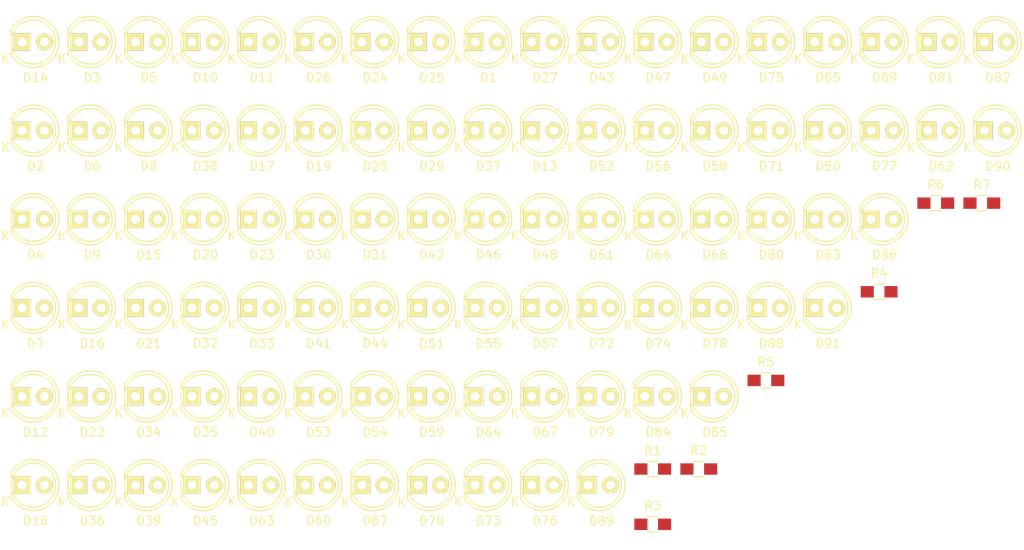
<source format=kicad_pcb>
(kicad_pcb (version 4) (host pcbnew 4.0.2+e4-6225~38~ubuntu15.10.1-stable)

  (general
    (links 103)
    (no_connects 103)
    (area 0 0 0 0)
    (thickness 1.6)
    (drawings 0)
    (tracks 0)
    (zones 0)
    (modules 98)
    (nets 94)
  )

  (page A4)
  (layers
    (0 F.Cu signal)
    (31 B.Cu signal)
    (32 B.Adhes user)
    (33 F.Adhes user)
    (34 B.Paste user)
    (35 F.Paste user)
    (36 B.SilkS user)
    (37 F.SilkS user)
    (38 B.Mask user)
    (39 F.Mask user)
    (40 Dwgs.User user)
    (41 Cmts.User user)
    (42 Eco1.User user)
    (43 Eco2.User user)
    (44 Edge.Cuts user)
    (45 Margin user)
    (46 B.CrtYd user)
    (47 F.CrtYd user)
    (48 B.Fab user)
    (49 F.Fab user)
  )

  (setup
    (last_trace_width 0.25)
    (trace_clearance 0.2)
    (zone_clearance 0.508)
    (zone_45_only no)
    (trace_min 0.2)
    (segment_width 0.2)
    (edge_width 0.15)
    (via_size 0.6)
    (via_drill 0.4)
    (via_min_size 0.4)
    (via_min_drill 0.3)
    (uvia_size 0.3)
    (uvia_drill 0.1)
    (uvias_allowed no)
    (uvia_min_size 0.2)
    (uvia_min_drill 0.1)
    (pcb_text_width 0.3)
    (pcb_text_size 1.5 1.5)
    (mod_edge_width 0.15)
    (mod_text_size 1 1)
    (mod_text_width 0.15)
    (pad_size 1.524 1.524)
    (pad_drill 0.762)
    (pad_to_mask_clearance 0.2)
    (aux_axis_origin 0 0)
    (visible_elements FFFFFF7F)
    (pcbplotparams
      (layerselection 0x00030_80000001)
      (usegerberextensions false)
      (excludeedgelayer true)
      (linewidth 0.100000)
      (plotframeref false)
      (viasonmask false)
      (mode 1)
      (useauxorigin false)
      (hpglpennumber 1)
      (hpglpenspeed 20)
      (hpglpendiameter 15)
      (hpglpenoverlay 2)
      (psnegative false)
      (psa4output false)
      (plotreference true)
      (plotvalue true)
      (plotinvisibletext false)
      (padsonsilk false)
      (subtractmaskfromsilk false)
      (outputformat 1)
      (mirror false)
      (drillshape 1)
      (scaleselection 1)
      (outputdirectory ""))
  )

  (net 0 "")
  (net 1 "Net-(D1-Pad1)")
  (net 2 +24V)
  (net 3 "Net-(D2-Pad1)")
  (net 4 "Net-(D10-Pad2)")
  (net 5 "Net-(D10-Pad1)")
  (net 6 "Net-(D12-Pad1)")
  (net 7 "Net-(D14-Pad1)")
  (net 8 "Net-(D15-Pad1)")
  (net 9 "Net-(D16-Pad1)")
  (net 10 "Net-(D17-Pad1)")
  (net 11 "Net-(D18-Pad1)")
  (net 12 "Net-(D19-Pad1)")
  (net 13 "Net-(D20-Pad1)")
  (net 14 "Net-(D21-Pad1)")
  (net 15 "Net-(D22-Pad1)")
  (net 16 "Net-(D25-Pad1)")
  (net 17 "Net-(D30-Pad1)")
  (net 18 "Net-(D32-Pad1)")
  (net 19 "Net-(D33-Pad1)")
  (net 20 "Net-(D34-Pad1)")
  (net 21 "Net-(D35-Pad1)")
  (net 22 "Net-(D36-Pad1)")
  (net 23 "Net-(D37-Pad1)")
  (net 24 "Net-(D38-Pad1)")
  (net 25 "Net-(D39-Pad1)")
  (net 26 "Net-(D40-Pad1)")
  (net 27 "Net-(D42-Pad1)")
  (net 28 "Net-(D43-Pad1)")
  (net 29 "Net-(D45-Pad1)")
  (net 30 "Net-(D52-Pad1)")
  (net 31 "Net-(D53-Pad1)")
  (net 32 "Net-(D55-Pad1)")
  (net 33 "Net-(D57-Pad1)")
  (net 34 "Net-(D58-Pad1)")
  (net 35 "Net-(D59-Pad1)")
  (net 36 "Net-(D60-Pad1)")
  (net 37 "Net-(D61-Pad1)")
  (net 38 "Net-(D62-Pad1)")
  (net 39 "Net-(D63-Pad1)")
  (net 40 "Net-(D64-Pad1)")
  (net 41 "Net-(D65-Pad1)")
  (net 42 "Net-(D80-Pad1)")
  (net 43 "Net-(D81-Pad1)")
  (net 44 "Net-(D82-Pad1)")
  (net 45 "Net-(D84-Pad1)")
  (net 46 "Net-(D87-Pad1)")
  (net 47 "Net-(D88-Pad1)")
  (net 48 "Net-(D89-Pad1)")
  (net 49 "Net-(D90-Pad1)")
  (net 50 "Net-(D91-Pad1)")
  (net 51 GND)
  (net 52 "Net-(D5-Pad1)")
  (net 53 "Net-(D1-Pad2)")
  (net 54 "Net-(D2-Pad2)")
  (net 55 "Net-(D11-Pad2)")
  (net 56 "Net-(D18-Pad2)")
  (net 57 "Net-(D20-Pad2)")
  (net 58 "Net-(D21-Pad2)")
  (net 59 "Net-(D12-Pad2)")
  (net 60 "Net-(D13-Pad2)")
  (net 61 "Net-(D14-Pad2)")
  (net 62 "Net-(D15-Pad2)")
  (net 63 "Net-(D22-Pad2)")
  (net 64 "Net-(D23-Pad2)")
  (net 65 "Net-(D24-Pad2)")
  (net 66 "Net-(D25-Pad2)")
  (net 67 "Net-(D26-Pad2)")
  (net 68 "Net-(D27-Pad2)")
  (net 69 "Net-(D28-Pad2)")
  (net 70 "Net-(D29-Pad2)")
  (net 71 "Net-(D30-Pad2)")
  (net 72 "Net-(D32-Pad2)")
  (net 73 "Net-(D34-Pad2)")
  (net 74 "Net-(D40-Pad2)")
  (net 75 "Net-(D42-Pad2)")
  (net 76 "Net-(D43-Pad2)")
  (net 77 "Net-(D45-Pad2)")
  (net 78 "Net-(D46-Pad2)")
  (net 79 "Net-(D47-Pad2)")
  (net 80 "Net-(D48-Pad2)")
  (net 81 "Net-(D49-Pad2)")
  (net 82 "Net-(D50-Pad2)")
  (net 83 "Net-(D51-Pad2)")
  (net 84 "Net-(D52-Pad2)")
  (net 85 "Net-(D55-Pad2)")
  (net 86 "Net-(D57-Pad2)")
  (net 87 "Net-(D58-Pad2)")
  (net 88 "Net-(D65-Pad2)")
  (net 89 "Net-(D66-Pad2)")
  (net 90 "Net-(D69-Pad2)")
  (net 91 "Net-(D71-Pad2)")
  (net 92 "Net-(D72-Pad2)")
  (net 93 "Net-(D73-Pad2)")

  (net_class Default "This is the default net class."
    (clearance 0.2)
    (trace_width 0.25)
    (via_dia 0.6)
    (via_drill 0.4)
    (uvia_dia 0.3)
    (uvia_drill 0.1)
    (add_net +24V)
    (add_net GND)
    (add_net "Net-(D1-Pad1)")
    (add_net "Net-(D1-Pad2)")
    (add_net "Net-(D10-Pad1)")
    (add_net "Net-(D10-Pad2)")
    (add_net "Net-(D11-Pad2)")
    (add_net "Net-(D12-Pad1)")
    (add_net "Net-(D12-Pad2)")
    (add_net "Net-(D13-Pad2)")
    (add_net "Net-(D14-Pad1)")
    (add_net "Net-(D14-Pad2)")
    (add_net "Net-(D15-Pad1)")
    (add_net "Net-(D15-Pad2)")
    (add_net "Net-(D16-Pad1)")
    (add_net "Net-(D17-Pad1)")
    (add_net "Net-(D18-Pad1)")
    (add_net "Net-(D18-Pad2)")
    (add_net "Net-(D19-Pad1)")
    (add_net "Net-(D2-Pad1)")
    (add_net "Net-(D2-Pad2)")
    (add_net "Net-(D20-Pad1)")
    (add_net "Net-(D20-Pad2)")
    (add_net "Net-(D21-Pad1)")
    (add_net "Net-(D21-Pad2)")
    (add_net "Net-(D22-Pad1)")
    (add_net "Net-(D22-Pad2)")
    (add_net "Net-(D23-Pad2)")
    (add_net "Net-(D24-Pad2)")
    (add_net "Net-(D25-Pad1)")
    (add_net "Net-(D25-Pad2)")
    (add_net "Net-(D26-Pad2)")
    (add_net "Net-(D27-Pad2)")
    (add_net "Net-(D28-Pad2)")
    (add_net "Net-(D29-Pad2)")
    (add_net "Net-(D30-Pad1)")
    (add_net "Net-(D30-Pad2)")
    (add_net "Net-(D32-Pad1)")
    (add_net "Net-(D32-Pad2)")
    (add_net "Net-(D33-Pad1)")
    (add_net "Net-(D34-Pad1)")
    (add_net "Net-(D34-Pad2)")
    (add_net "Net-(D35-Pad1)")
    (add_net "Net-(D36-Pad1)")
    (add_net "Net-(D37-Pad1)")
    (add_net "Net-(D38-Pad1)")
    (add_net "Net-(D39-Pad1)")
    (add_net "Net-(D40-Pad1)")
    (add_net "Net-(D40-Pad2)")
    (add_net "Net-(D42-Pad1)")
    (add_net "Net-(D42-Pad2)")
    (add_net "Net-(D43-Pad1)")
    (add_net "Net-(D43-Pad2)")
    (add_net "Net-(D45-Pad1)")
    (add_net "Net-(D45-Pad2)")
    (add_net "Net-(D46-Pad2)")
    (add_net "Net-(D47-Pad2)")
    (add_net "Net-(D48-Pad2)")
    (add_net "Net-(D49-Pad2)")
    (add_net "Net-(D5-Pad1)")
    (add_net "Net-(D50-Pad2)")
    (add_net "Net-(D51-Pad2)")
    (add_net "Net-(D52-Pad1)")
    (add_net "Net-(D52-Pad2)")
    (add_net "Net-(D53-Pad1)")
    (add_net "Net-(D55-Pad1)")
    (add_net "Net-(D55-Pad2)")
    (add_net "Net-(D57-Pad1)")
    (add_net "Net-(D57-Pad2)")
    (add_net "Net-(D58-Pad1)")
    (add_net "Net-(D58-Pad2)")
    (add_net "Net-(D59-Pad1)")
    (add_net "Net-(D60-Pad1)")
    (add_net "Net-(D61-Pad1)")
    (add_net "Net-(D62-Pad1)")
    (add_net "Net-(D63-Pad1)")
    (add_net "Net-(D64-Pad1)")
    (add_net "Net-(D65-Pad1)")
    (add_net "Net-(D65-Pad2)")
    (add_net "Net-(D66-Pad2)")
    (add_net "Net-(D69-Pad2)")
    (add_net "Net-(D71-Pad2)")
    (add_net "Net-(D72-Pad2)")
    (add_net "Net-(D73-Pad2)")
    (add_net "Net-(D80-Pad1)")
    (add_net "Net-(D81-Pad1)")
    (add_net "Net-(D82-Pad1)")
    (add_net "Net-(D84-Pad1)")
    (add_net "Net-(D87-Pad1)")
    (add_net "Net-(D88-Pad1)")
    (add_net "Net-(D89-Pad1)")
    (add_net "Net-(D90-Pad1)")
    (add_net "Net-(D91-Pad1)")
  )

  (module LEDs:LED-5MM (layer F.Cu) (tedit 5570F7EA) (tstamp 579A6BF1)
    (at 216.425001 83.062)
    (descr "LED 5mm round vertical")
    (tags "LED 5mm round vertical")
    (path /579A752A)
    (fp_text reference D1 (at 1.524 4.064) (layer F.SilkS)
      (effects (font (size 1 1) (thickness 0.15)))
    )
    (fp_text value LED (at 1.524 -3.937) (layer F.Fab)
      (effects (font (size 1 1) (thickness 0.15)))
    )
    (fp_line (start -1.5 -1.55) (end -1.5 1.55) (layer F.CrtYd) (width 0.05))
    (fp_arc (start 1.3 0) (end -1.5 1.55) (angle -302) (layer F.CrtYd) (width 0.05))
    (fp_arc (start 1.27 0) (end -1.23 -1.5) (angle 297.5) (layer F.SilkS) (width 0.15))
    (fp_line (start -1.23 1.5) (end -1.23 -1.5) (layer F.SilkS) (width 0.15))
    (fp_circle (center 1.27 0) (end 0.97 -2.5) (layer F.SilkS) (width 0.15))
    (fp_text user K (at -1.905 1.905) (layer F.SilkS)
      (effects (font (size 1 1) (thickness 0.15)))
    )
    (pad 1 thru_hole rect (at 0 0 90) (size 2 1.9) (drill 1.00076) (layers *.Cu *.Mask F.SilkS)
      (net 1 "Net-(D1-Pad1)"))
    (pad 2 thru_hole circle (at 2.54 0) (size 1.9 1.9) (drill 1.00076) (layers *.Cu *.Mask F.SilkS)
      (net 53 "Net-(D1-Pad2)"))
    (model LEDs.3dshapes/LED-5MM.wrl
      (at (xyz 0.05 0 0))
      (scale (xyz 1 1 1))
      (rotate (xyz 0 0 90))
    )
  )

  (module LEDs:LED-5MM (layer F.Cu) (tedit 5570F7EA) (tstamp 579A6BF7)
    (at 164.825001 93.162)
    (descr "LED 5mm round vertical")
    (tags "LED 5mm round vertical")
    (path /579A784C)
    (fp_text reference D2 (at 1.524 4.064) (layer F.SilkS)
      (effects (font (size 1 1) (thickness 0.15)))
    )
    (fp_text value LED (at 1.524 -3.937) (layer F.Fab)
      (effects (font (size 1 1) (thickness 0.15)))
    )
    (fp_line (start -1.5 -1.55) (end -1.5 1.55) (layer F.CrtYd) (width 0.05))
    (fp_arc (start 1.3 0) (end -1.5 1.55) (angle -302) (layer F.CrtYd) (width 0.05))
    (fp_arc (start 1.27 0) (end -1.23 -1.5) (angle 297.5) (layer F.SilkS) (width 0.15))
    (fp_line (start -1.23 1.5) (end -1.23 -1.5) (layer F.SilkS) (width 0.15))
    (fp_circle (center 1.27 0) (end 0.97 -2.5) (layer F.SilkS) (width 0.15))
    (fp_text user K (at -1.905 1.905) (layer F.SilkS)
      (effects (font (size 1 1) (thickness 0.15)))
    )
    (pad 1 thru_hole rect (at 0 0 90) (size 2 1.9) (drill 1.00076) (layers *.Cu *.Mask F.SilkS)
      (net 3 "Net-(D2-Pad1)"))
    (pad 2 thru_hole circle (at 2.54 0) (size 1.9 1.9) (drill 1.00076) (layers *.Cu *.Mask F.SilkS)
      (net 54 "Net-(D2-Pad2)"))
    (model LEDs.3dshapes/LED-5MM.wrl
      (at (xyz 0.05 0 0))
      (scale (xyz 1 1 1))
      (rotate (xyz 0 0 90))
    )
  )

  (module LEDs:LED-5MM (layer F.Cu) (tedit 5570F7EA) (tstamp 579A6BFD)
    (at 171.275001 83.062)
    (descr "LED 5mm round vertical")
    (tags "LED 5mm round vertical")
    (path /579A7530)
    (fp_text reference D3 (at 1.524 4.064) (layer F.SilkS)
      (effects (font (size 1 1) (thickness 0.15)))
    )
    (fp_text value LED (at 1.524 -3.937) (layer F.Fab)
      (effects (font (size 1 1) (thickness 0.15)))
    )
    (fp_line (start -1.5 -1.55) (end -1.5 1.55) (layer F.CrtYd) (width 0.05))
    (fp_arc (start 1.3 0) (end -1.5 1.55) (angle -302) (layer F.CrtYd) (width 0.05))
    (fp_arc (start 1.27 0) (end -1.23 -1.5) (angle 297.5) (layer F.SilkS) (width 0.15))
    (fp_line (start -1.23 1.5) (end -1.23 -1.5) (layer F.SilkS) (width 0.15))
    (fp_circle (center 1.27 0) (end 0.97 -2.5) (layer F.SilkS) (width 0.15))
    (fp_text user K (at -1.905 1.905) (layer F.SilkS)
      (effects (font (size 1 1) (thickness 0.15)))
    )
    (pad 1 thru_hole rect (at 0 0 90) (size 2 1.9) (drill 1.00076) (layers *.Cu *.Mask F.SilkS)
      (net 54 "Net-(D2-Pad2)"))
    (pad 2 thru_hole circle (at 2.54 0) (size 1.9 1.9) (drill 1.00076) (layers *.Cu *.Mask F.SilkS)
      (net 1 "Net-(D1-Pad1)"))
    (model LEDs.3dshapes/LED-5MM.wrl
      (at (xyz 0.05 0 0))
      (scale (xyz 1 1 1))
      (rotate (xyz 0 0 90))
    )
  )

  (module LEDs:LED-5MM (layer F.Cu) (tedit 5570F7EA) (tstamp 579A6C03)
    (at 164.825001 103.262)
    (descr "LED 5mm round vertical")
    (tags "LED 5mm round vertical")
    (path /579A99B5)
    (fp_text reference D4 (at 1.524 4.064) (layer F.SilkS)
      (effects (font (size 1 1) (thickness 0.15)))
    )
    (fp_text value LED (at 1.524 -3.937) (layer F.Fab)
      (effects (font (size 1 1) (thickness 0.15)))
    )
    (fp_line (start -1.5 -1.55) (end -1.5 1.55) (layer F.CrtYd) (width 0.05))
    (fp_arc (start 1.3 0) (end -1.5 1.55) (angle -302) (layer F.CrtYd) (width 0.05))
    (fp_arc (start 1.27 0) (end -1.23 -1.5) (angle 297.5) (layer F.SilkS) (width 0.15))
    (fp_line (start -1.23 1.5) (end -1.23 -1.5) (layer F.SilkS) (width 0.15))
    (fp_circle (center 1.27 0) (end 0.97 -2.5) (layer F.SilkS) (width 0.15))
    (fp_text user K (at -1.905 1.905) (layer F.SilkS)
      (effects (font (size 1 1) (thickness 0.15)))
    )
    (pad 1 thru_hole rect (at 0 0 90) (size 2 1.9) (drill 1.00076) (layers *.Cu *.Mask F.SilkS)
      (net 55 "Net-(D11-Pad2)"))
    (pad 2 thru_hole circle (at 2.54 0) (size 1.9 1.9) (drill 1.00076) (layers *.Cu *.Mask F.SilkS)
      (net 6 "Net-(D12-Pad1)"))
    (model LEDs.3dshapes/LED-5MM.wrl
      (at (xyz 0.05 0 0))
      (scale (xyz 1 1 1))
      (rotate (xyz 0 0 90))
    )
  )

  (module LEDs:LED-5MM (layer F.Cu) (tedit 5570F7EA) (tstamp 579A6C09)
    (at 177.725001 83.062)
    (descr "LED 5mm round vertical")
    (tags "LED 5mm round vertical")
    (path /579A751E)
    (fp_text reference D5 (at 1.524 4.064) (layer F.SilkS)
      (effects (font (size 1 1) (thickness 0.15)))
    )
    (fp_text value LED (at 1.524 -3.937) (layer F.Fab)
      (effects (font (size 1 1) (thickness 0.15)))
    )
    (fp_line (start -1.5 -1.55) (end -1.5 1.55) (layer F.CrtYd) (width 0.05))
    (fp_arc (start 1.3 0) (end -1.5 1.55) (angle -302) (layer F.CrtYd) (width 0.05))
    (fp_arc (start 1.27 0) (end -1.23 -1.5) (angle 297.5) (layer F.SilkS) (width 0.15))
    (fp_line (start -1.23 1.5) (end -1.23 -1.5) (layer F.SilkS) (width 0.15))
    (fp_circle (center 1.27 0) (end 0.97 -2.5) (layer F.SilkS) (width 0.15))
    (fp_text user K (at -1.905 1.905) (layer F.SilkS)
      (effects (font (size 1 1) (thickness 0.15)))
    )
    (pad 1 thru_hole rect (at 0 0 90) (size 2 1.9) (drill 1.00076) (layers *.Cu *.Mask F.SilkS)
      (net 52 "Net-(D5-Pad1)"))
    (pad 2 thru_hole circle (at 2.54 0) (size 1.9 1.9) (drill 1.00076) (layers *.Cu *.Mask F.SilkS)
      (net 7 "Net-(D14-Pad1)"))
    (model LEDs.3dshapes/LED-5MM.wrl
      (at (xyz 0.05 0 0))
      (scale (xyz 1 1 1))
      (rotate (xyz 0 0 90))
    )
  )

  (module LEDs:LED-5MM (layer F.Cu) (tedit 5570F7EA) (tstamp 579A6C0F)
    (at 171.275001 93.162)
    (descr "LED 5mm round vertical")
    (tags "LED 5mm round vertical")
    (path /579A7524)
    (fp_text reference D6 (at 1.524 4.064) (layer F.SilkS)
      (effects (font (size 1 1) (thickness 0.15)))
    )
    (fp_text value LED (at 1.524 -3.937) (layer F.Fab)
      (effects (font (size 1 1) (thickness 0.15)))
    )
    (fp_line (start -1.5 -1.55) (end -1.5 1.55) (layer F.CrtYd) (width 0.05))
    (fp_arc (start 1.3 0) (end -1.5 1.55) (angle -302) (layer F.CrtYd) (width 0.05))
    (fp_arc (start 1.27 0) (end -1.23 -1.5) (angle 297.5) (layer F.SilkS) (width 0.15))
    (fp_line (start -1.23 1.5) (end -1.23 -1.5) (layer F.SilkS) (width 0.15))
    (fp_circle (center 1.27 0) (end 0.97 -2.5) (layer F.SilkS) (width 0.15))
    (fp_text user K (at -1.905 1.905) (layer F.SilkS)
      (effects (font (size 1 1) (thickness 0.15)))
    )
    (pad 1 thru_hole rect (at 0 0 90) (size 2 1.9) (drill 1.00076) (layers *.Cu *.Mask F.SilkS)
      (net 53 "Net-(D1-Pad2)"))
    (pad 2 thru_hole circle (at 2.54 0) (size 1.9 1.9) (drill 1.00076) (layers *.Cu *.Mask F.SilkS)
      (net 52 "Net-(D5-Pad1)"))
    (model LEDs.3dshapes/LED-5MM.wrl
      (at (xyz 0.05 0 0))
      (scale (xyz 1 1 1))
      (rotate (xyz 0 0 90))
    )
  )

  (module LEDs:LED-5MM (layer F.Cu) (tedit 5570F7EA) (tstamp 579A6C15)
    (at 164.825001 113.362)
    (descr "LED 5mm round vertical")
    (tags "LED 5mm round vertical")
    (path /579A9E52)
    (fp_text reference D7 (at 1.524 4.064) (layer F.SilkS)
      (effects (font (size 1 1) (thickness 0.15)))
    )
    (fp_text value LED (at 1.524 -3.937) (layer F.Fab)
      (effects (font (size 1 1) (thickness 0.15)))
    )
    (fp_line (start -1.5 -1.55) (end -1.5 1.55) (layer F.CrtYd) (width 0.05))
    (fp_arc (start 1.3 0) (end -1.5 1.55) (angle -302) (layer F.CrtYd) (width 0.05))
    (fp_arc (start 1.27 0) (end -1.23 -1.5) (angle 297.5) (layer F.SilkS) (width 0.15))
    (fp_line (start -1.23 1.5) (end -1.23 -1.5) (layer F.SilkS) (width 0.15))
    (fp_circle (center 1.27 0) (end 0.97 -2.5) (layer F.SilkS) (width 0.15))
    (fp_text user K (at -1.905 1.905) (layer F.SilkS)
      (effects (font (size 1 1) (thickness 0.15)))
    )
    (pad 1 thru_hole rect (at 0 0 90) (size 2 1.9) (drill 1.00076) (layers *.Cu *.Mask F.SilkS)
      (net 56 "Net-(D18-Pad2)"))
    (pad 2 thru_hole circle (at 2.54 0) (size 1.9 1.9) (drill 1.00076) (layers *.Cu *.Mask F.SilkS)
      (net 10 "Net-(D17-Pad1)"))
    (model LEDs.3dshapes/LED-5MM.wrl
      (at (xyz 0.05 0 0))
      (scale (xyz 1 1 1))
      (rotate (xyz 0 0 90))
    )
  )

  (module LEDs:LED-5MM (layer F.Cu) (tedit 5570F7EA) (tstamp 579A6C1B)
    (at 177.725001 93.162)
    (descr "LED 5mm round vertical")
    (tags "LED 5mm round vertical")
    (path /579A7852)
    (fp_text reference D8 (at 1.524 4.064) (layer F.SilkS)
      (effects (font (size 1 1) (thickness 0.15)))
    )
    (fp_text value LED (at 1.524 -3.937) (layer F.Fab)
      (effects (font (size 1 1) (thickness 0.15)))
    )
    (fp_line (start -1.5 -1.55) (end -1.5 1.55) (layer F.CrtYd) (width 0.05))
    (fp_arc (start 1.3 0) (end -1.5 1.55) (angle -302) (layer F.CrtYd) (width 0.05))
    (fp_arc (start 1.27 0) (end -1.23 -1.5) (angle 297.5) (layer F.SilkS) (width 0.15))
    (fp_line (start -1.23 1.5) (end -1.23 -1.5) (layer F.SilkS) (width 0.15))
    (fp_circle (center 1.27 0) (end 0.97 -2.5) (layer F.SilkS) (width 0.15))
    (fp_text user K (at -1.905 1.905) (layer F.SilkS)
      (effects (font (size 1 1) (thickness 0.15)))
    )
    (pad 1 thru_hole rect (at 0 0 90) (size 2 1.9) (drill 1.00076) (layers *.Cu *.Mask F.SilkS)
      (net 57 "Net-(D20-Pad2)"))
    (pad 2 thru_hole circle (at 2.54 0) (size 1.9 1.9) (drill 1.00076) (layers *.Cu *.Mask F.SilkS)
      (net 3 "Net-(D2-Pad1)"))
    (model LEDs.3dshapes/LED-5MM.wrl
      (at (xyz 0.05 0 0))
      (scale (xyz 1 1 1))
      (rotate (xyz 0 0 90))
    )
  )

  (module LEDs:LED-5MM (layer F.Cu) (tedit 5570F7EA) (tstamp 579A6C21)
    (at 171.275001 103.262)
    (descr "LED 5mm round vertical")
    (tags "LED 5mm round vertical")
    (path /579A99C7)
    (fp_text reference D9 (at 1.524 4.064) (layer F.SilkS)
      (effects (font (size 1 1) (thickness 0.15)))
    )
    (fp_text value LED (at 1.524 -3.937) (layer F.Fab)
      (effects (font (size 1 1) (thickness 0.15)))
    )
    (fp_line (start -1.5 -1.55) (end -1.5 1.55) (layer F.CrtYd) (width 0.05))
    (fp_arc (start 1.3 0) (end -1.5 1.55) (angle -302) (layer F.CrtYd) (width 0.05))
    (fp_arc (start 1.27 0) (end -1.23 -1.5) (angle 297.5) (layer F.SilkS) (width 0.15))
    (fp_line (start -1.23 1.5) (end -1.23 -1.5) (layer F.SilkS) (width 0.15))
    (fp_circle (center 1.27 0) (end 0.97 -2.5) (layer F.SilkS) (width 0.15))
    (fp_text user K (at -1.905 1.905) (layer F.SilkS)
      (effects (font (size 1 1) (thickness 0.15)))
    )
    (pad 1 thru_hole rect (at 0 0 90) (size 2 1.9) (drill 1.00076) (layers *.Cu *.Mask F.SilkS)
      (net 58 "Net-(D21-Pad2)"))
    (pad 2 thru_hole circle (at 2.54 0) (size 1.9 1.9) (drill 1.00076) (layers *.Cu *.Mask F.SilkS)
      (net 5 "Net-(D10-Pad1)"))
    (model LEDs.3dshapes/LED-5MM.wrl
      (at (xyz 0.05 0 0))
      (scale (xyz 1 1 1))
      (rotate (xyz 0 0 90))
    )
  )

  (module LEDs:LED-5MM (layer F.Cu) (tedit 5570F7EA) (tstamp 579A6C27)
    (at 184.175001 83.062)
    (descr "LED 5mm round vertical")
    (tags "LED 5mm round vertical")
    (path /579A99C1)
    (fp_text reference D10 (at 1.524 4.064) (layer F.SilkS)
      (effects (font (size 1 1) (thickness 0.15)))
    )
    (fp_text value LED (at 1.524 -3.937) (layer F.Fab)
      (effects (font (size 1 1) (thickness 0.15)))
    )
    (fp_line (start -1.5 -1.55) (end -1.5 1.55) (layer F.CrtYd) (width 0.05))
    (fp_arc (start 1.3 0) (end -1.5 1.55) (angle -302) (layer F.CrtYd) (width 0.05))
    (fp_arc (start 1.27 0) (end -1.23 -1.5) (angle 297.5) (layer F.SilkS) (width 0.15))
    (fp_line (start -1.23 1.5) (end -1.23 -1.5) (layer F.SilkS) (width 0.15))
    (fp_circle (center 1.27 0) (end 0.97 -2.5) (layer F.SilkS) (width 0.15))
    (fp_text user K (at -1.905 1.905) (layer F.SilkS)
      (effects (font (size 1 1) (thickness 0.15)))
    )
    (pad 1 thru_hole rect (at 0 0 90) (size 2 1.9) (drill 1.00076) (layers *.Cu *.Mask F.SilkS)
      (net 5 "Net-(D10-Pad1)"))
    (pad 2 thru_hole circle (at 2.54 0) (size 1.9 1.9) (drill 1.00076) (layers *.Cu *.Mask F.SilkS)
      (net 4 "Net-(D10-Pad2)"))
    (model LEDs.3dshapes/LED-5MM.wrl
      (at (xyz 0.05 0 0))
      (scale (xyz 1 1 1))
      (rotate (xyz 0 0 90))
    )
  )

  (module LEDs:LED-5MM (layer F.Cu) (tedit 5570F7EA) (tstamp 579A6C2D)
    (at 190.625001 83.062)
    (descr "LED 5mm round vertical")
    (tags "LED 5mm round vertical")
    (path /579A99BB)
    (fp_text reference D11 (at 1.524 4.064) (layer F.SilkS)
      (effects (font (size 1 1) (thickness 0.15)))
    )
    (fp_text value LED (at 1.524 -3.937) (layer F.Fab)
      (effects (font (size 1 1) (thickness 0.15)))
    )
    (fp_line (start -1.5 -1.55) (end -1.5 1.55) (layer F.CrtYd) (width 0.05))
    (fp_arc (start 1.3 0) (end -1.5 1.55) (angle -302) (layer F.CrtYd) (width 0.05))
    (fp_arc (start 1.27 0) (end -1.23 -1.5) (angle 297.5) (layer F.SilkS) (width 0.15))
    (fp_line (start -1.23 1.5) (end -1.23 -1.5) (layer F.SilkS) (width 0.15))
    (fp_circle (center 1.27 0) (end 0.97 -2.5) (layer F.SilkS) (width 0.15))
    (fp_text user K (at -1.905 1.905) (layer F.SilkS)
      (effects (font (size 1 1) (thickness 0.15)))
    )
    (pad 1 thru_hole rect (at 0 0 90) (size 2 1.9) (drill 1.00076) (layers *.Cu *.Mask F.SilkS)
      (net 4 "Net-(D10-Pad2)"))
    (pad 2 thru_hole circle (at 2.54 0) (size 1.9 1.9) (drill 1.00076) (layers *.Cu *.Mask F.SilkS)
      (net 55 "Net-(D11-Pad2)"))
    (model LEDs.3dshapes/LED-5MM.wrl
      (at (xyz 0.05 0 0))
      (scale (xyz 1 1 1))
      (rotate (xyz 0 0 90))
    )
  )

  (module LEDs:LED-5MM (layer F.Cu) (tedit 5570F7EA) (tstamp 579A6C33)
    (at 164.825001 123.462)
    (descr "LED 5mm round vertical")
    (tags "LED 5mm round vertical")
    (path /579A99AF)
    (fp_text reference D12 (at 1.524 4.064) (layer F.SilkS)
      (effects (font (size 1 1) (thickness 0.15)))
    )
    (fp_text value LED (at 1.524 -3.937) (layer F.Fab)
      (effects (font (size 1 1) (thickness 0.15)))
    )
    (fp_line (start -1.5 -1.55) (end -1.5 1.55) (layer F.CrtYd) (width 0.05))
    (fp_arc (start 1.3 0) (end -1.5 1.55) (angle -302) (layer F.CrtYd) (width 0.05))
    (fp_arc (start 1.27 0) (end -1.23 -1.5) (angle 297.5) (layer F.SilkS) (width 0.15))
    (fp_line (start -1.23 1.5) (end -1.23 -1.5) (layer F.SilkS) (width 0.15))
    (fp_circle (center 1.27 0) (end 0.97 -2.5) (layer F.SilkS) (width 0.15))
    (fp_text user K (at -1.905 1.905) (layer F.SilkS)
      (effects (font (size 1 1) (thickness 0.15)))
    )
    (pad 1 thru_hole rect (at 0 0 90) (size 2 1.9) (drill 1.00076) (layers *.Cu *.Mask F.SilkS)
      (net 6 "Net-(D12-Pad1)"))
    (pad 2 thru_hole circle (at 2.54 0) (size 1.9 1.9) (drill 1.00076) (layers *.Cu *.Mask F.SilkS)
      (net 59 "Net-(D12-Pad2)"))
    (model LEDs.3dshapes/LED-5MM.wrl
      (at (xyz 0.05 0 0))
      (scale (xyz 1 1 1))
      (rotate (xyz 0 0 90))
    )
  )

  (module LEDs:LED-5MM (layer F.Cu) (tedit 5570F7EA) (tstamp 579A6C39)
    (at 222.875001 93.162)
    (descr "LED 5mm round vertical")
    (tags "LED 5mm round vertical")
    (path /579A99A9)
    (fp_text reference D13 (at 1.524 4.064) (layer F.SilkS)
      (effects (font (size 1 1) (thickness 0.15)))
    )
    (fp_text value LED (at 1.524 -3.937) (layer F.Fab)
      (effects (font (size 1 1) (thickness 0.15)))
    )
    (fp_line (start -1.5 -1.55) (end -1.5 1.55) (layer F.CrtYd) (width 0.05))
    (fp_arc (start 1.3 0) (end -1.5 1.55) (angle -302) (layer F.CrtYd) (width 0.05))
    (fp_arc (start 1.27 0) (end -1.23 -1.5) (angle 297.5) (layer F.SilkS) (width 0.15))
    (fp_line (start -1.23 1.5) (end -1.23 -1.5) (layer F.SilkS) (width 0.15))
    (fp_circle (center 1.27 0) (end 0.97 -2.5) (layer F.SilkS) (width 0.15))
    (fp_text user K (at -1.905 1.905) (layer F.SilkS)
      (effects (font (size 1 1) (thickness 0.15)))
    )
    (pad 1 thru_hole rect (at 0 0 90) (size 2 1.9) (drill 1.00076) (layers *.Cu *.Mask F.SilkS)
      (net 59 "Net-(D12-Pad2)"))
    (pad 2 thru_hole circle (at 2.54 0) (size 1.9 1.9) (drill 1.00076) (layers *.Cu *.Mask F.SilkS)
      (net 60 "Net-(D13-Pad2)"))
    (model LEDs.3dshapes/LED-5MM.wrl
      (at (xyz 0.05 0 0))
      (scale (xyz 1 1 1))
      (rotate (xyz 0 0 90))
    )
  )

  (module LEDs:LED-5MM (layer F.Cu) (tedit 5570F7EA) (tstamp 579A6C3F)
    (at 164.825001 83.062)
    (descr "LED 5mm round vertical")
    (tags "LED 5mm round vertical")
    (path /579A7268)
    (fp_text reference D14 (at 1.524 4.064) (layer F.SilkS)
      (effects (font (size 1 1) (thickness 0.15)))
    )
    (fp_text value LED (at 1.524 -3.937) (layer F.Fab)
      (effects (font (size 1 1) (thickness 0.15)))
    )
    (fp_line (start -1.5 -1.55) (end -1.5 1.55) (layer F.CrtYd) (width 0.05))
    (fp_arc (start 1.3 0) (end -1.5 1.55) (angle -302) (layer F.CrtYd) (width 0.05))
    (fp_arc (start 1.27 0) (end -1.23 -1.5) (angle 297.5) (layer F.SilkS) (width 0.15))
    (fp_line (start -1.23 1.5) (end -1.23 -1.5) (layer F.SilkS) (width 0.15))
    (fp_circle (center 1.27 0) (end 0.97 -2.5) (layer F.SilkS) (width 0.15))
    (fp_text user K (at -1.905 1.905) (layer F.SilkS)
      (effects (font (size 1 1) (thickness 0.15)))
    )
    (pad 1 thru_hole rect (at 0 0 90) (size 2 1.9) (drill 1.00076) (layers *.Cu *.Mask F.SilkS)
      (net 7 "Net-(D14-Pad1)"))
    (pad 2 thru_hole circle (at 2.54 0) (size 1.9 1.9) (drill 1.00076) (layers *.Cu *.Mask F.SilkS)
      (net 61 "Net-(D14-Pad2)"))
    (model LEDs.3dshapes/LED-5MM.wrl
      (at (xyz 0.05 0 0))
      (scale (xyz 1 1 1))
      (rotate (xyz 0 0 90))
    )
  )

  (module LEDs:LED-5MM (layer F.Cu) (tedit 5570F7EA) (tstamp 579A6C45)
    (at 177.725001 103.262)
    (descr "LED 5mm round vertical")
    (tags "LED 5mm round vertical")
    (path /579A9E40)
    (fp_text reference D15 (at 1.524 4.064) (layer F.SilkS)
      (effects (font (size 1 1) (thickness 0.15)))
    )
    (fp_text value LED (at 1.524 -3.937) (layer F.Fab)
      (effects (font (size 1 1) (thickness 0.15)))
    )
    (fp_line (start -1.5 -1.55) (end -1.5 1.55) (layer F.CrtYd) (width 0.05))
    (fp_arc (start 1.3 0) (end -1.5 1.55) (angle -302) (layer F.CrtYd) (width 0.05))
    (fp_arc (start 1.27 0) (end -1.23 -1.5) (angle 297.5) (layer F.SilkS) (width 0.15))
    (fp_line (start -1.23 1.5) (end -1.23 -1.5) (layer F.SilkS) (width 0.15))
    (fp_circle (center 1.27 0) (end 0.97 -2.5) (layer F.SilkS) (width 0.15))
    (fp_text user K (at -1.905 1.905) (layer F.SilkS)
      (effects (font (size 1 1) (thickness 0.15)))
    )
    (pad 1 thru_hole rect (at 0 0 90) (size 2 1.9) (drill 1.00076) (layers *.Cu *.Mask F.SilkS)
      (net 8 "Net-(D15-Pad1)"))
    (pad 2 thru_hole circle (at 2.54 0) (size 1.9 1.9) (drill 1.00076) (layers *.Cu *.Mask F.SilkS)
      (net 62 "Net-(D15-Pad2)"))
    (model LEDs.3dshapes/LED-5MM.wrl
      (at (xyz 0.05 0 0))
      (scale (xyz 1 1 1))
      (rotate (xyz 0 0 90))
    )
  )

  (module LEDs:LED-5MM (layer F.Cu) (tedit 5570F7EA) (tstamp 579A6C4B)
    (at 171.275001 113.362)
    (descr "LED 5mm round vertical")
    (tags "LED 5mm round vertical")
    (path /579A9E46)
    (fp_text reference D16 (at 1.524 4.064) (layer F.SilkS)
      (effects (font (size 1 1) (thickness 0.15)))
    )
    (fp_text value LED (at 1.524 -3.937) (layer F.Fab)
      (effects (font (size 1 1) (thickness 0.15)))
    )
    (fp_line (start -1.5 -1.55) (end -1.5 1.55) (layer F.CrtYd) (width 0.05))
    (fp_arc (start 1.3 0) (end -1.5 1.55) (angle -302) (layer F.CrtYd) (width 0.05))
    (fp_arc (start 1.27 0) (end -1.23 -1.5) (angle 297.5) (layer F.SilkS) (width 0.15))
    (fp_line (start -1.23 1.5) (end -1.23 -1.5) (layer F.SilkS) (width 0.15))
    (fp_circle (center 1.27 0) (end 0.97 -2.5) (layer F.SilkS) (width 0.15))
    (fp_text user K (at -1.905 1.905) (layer F.SilkS)
      (effects (font (size 1 1) (thickness 0.15)))
    )
    (pad 1 thru_hole rect (at 0 0 90) (size 2 1.9) (drill 1.00076) (layers *.Cu *.Mask F.SilkS)
      (net 9 "Net-(D16-Pad1)"))
    (pad 2 thru_hole circle (at 2.54 0) (size 1.9 1.9) (drill 1.00076) (layers *.Cu *.Mask F.SilkS)
      (net 8 "Net-(D15-Pad1)"))
    (model LEDs.3dshapes/LED-5MM.wrl
      (at (xyz 0.05 0 0))
      (scale (xyz 1 1 1))
      (rotate (xyz 0 0 90))
    )
  )

  (module LEDs:LED-5MM (layer F.Cu) (tedit 5570F7EA) (tstamp 579A6C51)
    (at 190.625001 93.162)
    (descr "LED 5mm round vertical")
    (tags "LED 5mm round vertical")
    (path /579A9E4C)
    (fp_text reference D17 (at 1.524 4.064) (layer F.SilkS)
      (effects (font (size 1 1) (thickness 0.15)))
    )
    (fp_text value LED (at 1.524 -3.937) (layer F.Fab)
      (effects (font (size 1 1) (thickness 0.15)))
    )
    (fp_line (start -1.5 -1.55) (end -1.5 1.55) (layer F.CrtYd) (width 0.05))
    (fp_arc (start 1.3 0) (end -1.5 1.55) (angle -302) (layer F.CrtYd) (width 0.05))
    (fp_arc (start 1.27 0) (end -1.23 -1.5) (angle 297.5) (layer F.SilkS) (width 0.15))
    (fp_line (start -1.23 1.5) (end -1.23 -1.5) (layer F.SilkS) (width 0.15))
    (fp_circle (center 1.27 0) (end 0.97 -2.5) (layer F.SilkS) (width 0.15))
    (fp_text user K (at -1.905 1.905) (layer F.SilkS)
      (effects (font (size 1 1) (thickness 0.15)))
    )
    (pad 1 thru_hole rect (at 0 0 90) (size 2 1.9) (drill 1.00076) (layers *.Cu *.Mask F.SilkS)
      (net 10 "Net-(D17-Pad1)"))
    (pad 2 thru_hole circle (at 2.54 0) (size 1.9 1.9) (drill 1.00076) (layers *.Cu *.Mask F.SilkS)
      (net 9 "Net-(D16-Pad1)"))
    (model LEDs.3dshapes/LED-5MM.wrl
      (at (xyz 0.05 0 0))
      (scale (xyz 1 1 1))
      (rotate (xyz 0 0 90))
    )
  )

  (module LEDs:LED-5MM (layer F.Cu) (tedit 5570F7EA) (tstamp 579A6C57)
    (at 164.825001 133.562)
    (descr "LED 5mm round vertical")
    (tags "LED 5mm round vertical")
    (path /579A9E58)
    (fp_text reference D18 (at 1.524 4.064) (layer F.SilkS)
      (effects (font (size 1 1) (thickness 0.15)))
    )
    (fp_text value LED (at 1.524 -3.937) (layer F.Fab)
      (effects (font (size 1 1) (thickness 0.15)))
    )
    (fp_line (start -1.5 -1.55) (end -1.5 1.55) (layer F.CrtYd) (width 0.05))
    (fp_arc (start 1.3 0) (end -1.5 1.55) (angle -302) (layer F.CrtYd) (width 0.05))
    (fp_arc (start 1.27 0) (end -1.23 -1.5) (angle 297.5) (layer F.SilkS) (width 0.15))
    (fp_line (start -1.23 1.5) (end -1.23 -1.5) (layer F.SilkS) (width 0.15))
    (fp_circle (center 1.27 0) (end 0.97 -2.5) (layer F.SilkS) (width 0.15))
    (fp_text user K (at -1.905 1.905) (layer F.SilkS)
      (effects (font (size 1 1) (thickness 0.15)))
    )
    (pad 1 thru_hole rect (at 0 0 90) (size 2 1.9) (drill 1.00076) (layers *.Cu *.Mask F.SilkS)
      (net 11 "Net-(D18-Pad1)"))
    (pad 2 thru_hole circle (at 2.54 0) (size 1.9 1.9) (drill 1.00076) (layers *.Cu *.Mask F.SilkS)
      (net 56 "Net-(D18-Pad2)"))
    (model LEDs.3dshapes/LED-5MM.wrl
      (at (xyz 0.05 0 0))
      (scale (xyz 1 1 1))
      (rotate (xyz 0 0 90))
    )
  )

  (module LEDs:LED-5MM (layer F.Cu) (tedit 5570F7EA) (tstamp 579A6C5D)
    (at 197.075001 93.162)
    (descr "LED 5mm round vertical")
    (tags "LED 5mm round vertical")
    (path /579A9E5E)
    (fp_text reference D19 (at 1.524 4.064) (layer F.SilkS)
      (effects (font (size 1 1) (thickness 0.15)))
    )
    (fp_text value LED (at 1.524 -3.937) (layer F.Fab)
      (effects (font (size 1 1) (thickness 0.15)))
    )
    (fp_line (start -1.5 -1.55) (end -1.5 1.55) (layer F.CrtYd) (width 0.05))
    (fp_arc (start 1.3 0) (end -1.5 1.55) (angle -302) (layer F.CrtYd) (width 0.05))
    (fp_arc (start 1.27 0) (end -1.23 -1.5) (angle 297.5) (layer F.SilkS) (width 0.15))
    (fp_line (start -1.23 1.5) (end -1.23 -1.5) (layer F.SilkS) (width 0.15))
    (fp_circle (center 1.27 0) (end 0.97 -2.5) (layer F.SilkS) (width 0.15))
    (fp_text user K (at -1.905 1.905) (layer F.SilkS)
      (effects (font (size 1 1) (thickness 0.15)))
    )
    (pad 1 thru_hole rect (at 0 0 90) (size 2 1.9) (drill 1.00076) (layers *.Cu *.Mask F.SilkS)
      (net 12 "Net-(D19-Pad1)"))
    (pad 2 thru_hole circle (at 2.54 0) (size 1.9 1.9) (drill 1.00076) (layers *.Cu *.Mask F.SilkS)
      (net 11 "Net-(D18-Pad1)"))
    (model LEDs.3dshapes/LED-5MM.wrl
      (at (xyz 0.05 0 0))
      (scale (xyz 1 1 1))
      (rotate (xyz 0 0 90))
    )
  )

  (module LEDs:LED-5MM (layer F.Cu) (tedit 5570F7EA) (tstamp 579A6C63)
    (at 184.175001 103.262)
    (descr "LED 5mm round vertical")
    (tags "LED 5mm round vertical")
    (path /579A7858)
    (fp_text reference D20 (at 1.524 4.064) (layer F.SilkS)
      (effects (font (size 1 1) (thickness 0.15)))
    )
    (fp_text value LED (at 1.524 -3.937) (layer F.Fab)
      (effects (font (size 1 1) (thickness 0.15)))
    )
    (fp_line (start -1.5 -1.55) (end -1.5 1.55) (layer F.CrtYd) (width 0.05))
    (fp_arc (start 1.3 0) (end -1.5 1.55) (angle -302) (layer F.CrtYd) (width 0.05))
    (fp_arc (start 1.27 0) (end -1.23 -1.5) (angle 297.5) (layer F.SilkS) (width 0.15))
    (fp_line (start -1.23 1.5) (end -1.23 -1.5) (layer F.SilkS) (width 0.15))
    (fp_circle (center 1.27 0) (end 0.97 -2.5) (layer F.SilkS) (width 0.15))
    (fp_text user K (at -1.905 1.905) (layer F.SilkS)
      (effects (font (size 1 1) (thickness 0.15)))
    )
    (pad 1 thru_hole rect (at 0 0 90) (size 2 1.9) (drill 1.00076) (layers *.Cu *.Mask F.SilkS)
      (net 13 "Net-(D20-Pad1)"))
    (pad 2 thru_hole circle (at 2.54 0) (size 1.9 1.9) (drill 1.00076) (layers *.Cu *.Mask F.SilkS)
      (net 57 "Net-(D20-Pad2)"))
    (model LEDs.3dshapes/LED-5MM.wrl
      (at (xyz 0.05 0 0))
      (scale (xyz 1 1 1))
      (rotate (xyz 0 0 90))
    )
  )

  (module LEDs:LED-5MM (layer F.Cu) (tedit 5570F7EA) (tstamp 579A6C69)
    (at 177.725001 113.362)
    (descr "LED 5mm round vertical")
    (tags "LED 5mm round vertical")
    (path /579A99CD)
    (fp_text reference D21 (at 1.524 4.064) (layer F.SilkS)
      (effects (font (size 1 1) (thickness 0.15)))
    )
    (fp_text value LED (at 1.524 -3.937) (layer F.Fab)
      (effects (font (size 1 1) (thickness 0.15)))
    )
    (fp_line (start -1.5 -1.55) (end -1.5 1.55) (layer F.CrtYd) (width 0.05))
    (fp_arc (start 1.3 0) (end -1.5 1.55) (angle -302) (layer F.CrtYd) (width 0.05))
    (fp_arc (start 1.27 0) (end -1.23 -1.5) (angle 297.5) (layer F.SilkS) (width 0.15))
    (fp_line (start -1.23 1.5) (end -1.23 -1.5) (layer F.SilkS) (width 0.15))
    (fp_circle (center 1.27 0) (end 0.97 -2.5) (layer F.SilkS) (width 0.15))
    (fp_text user K (at -1.905 1.905) (layer F.SilkS)
      (effects (font (size 1 1) (thickness 0.15)))
    )
    (pad 1 thru_hole rect (at 0 0 90) (size 2 1.9) (drill 1.00076) (layers *.Cu *.Mask F.SilkS)
      (net 14 "Net-(D21-Pad1)"))
    (pad 2 thru_hole circle (at 2.54 0) (size 1.9 1.9) (drill 1.00076) (layers *.Cu *.Mask F.SilkS)
      (net 58 "Net-(D21-Pad2)"))
    (model LEDs.3dshapes/LED-5MM.wrl
      (at (xyz 0.05 0 0))
      (scale (xyz 1 1 1))
      (rotate (xyz 0 0 90))
    )
  )

  (module LEDs:LED-5MM (layer F.Cu) (tedit 5570F7EA) (tstamp 579A6C6F)
    (at 171.275001 123.462)
    (descr "LED 5mm round vertical")
    (tags "LED 5mm round vertical")
    (path /579AAF34)
    (fp_text reference D22 (at 1.524 4.064) (layer F.SilkS)
      (effects (font (size 1 1) (thickness 0.15)))
    )
    (fp_text value LED (at 1.524 -3.937) (layer F.Fab)
      (effects (font (size 1 1) (thickness 0.15)))
    )
    (fp_line (start -1.5 -1.55) (end -1.5 1.55) (layer F.CrtYd) (width 0.05))
    (fp_arc (start 1.3 0) (end -1.5 1.55) (angle -302) (layer F.CrtYd) (width 0.05))
    (fp_arc (start 1.27 0) (end -1.23 -1.5) (angle 297.5) (layer F.SilkS) (width 0.15))
    (fp_line (start -1.23 1.5) (end -1.23 -1.5) (layer F.SilkS) (width 0.15))
    (fp_circle (center 1.27 0) (end 0.97 -2.5) (layer F.SilkS) (width 0.15))
    (fp_text user K (at -1.905 1.905) (layer F.SilkS)
      (effects (font (size 1 1) (thickness 0.15)))
    )
    (pad 1 thru_hole rect (at 0 0 90) (size 2 1.9) (drill 1.00076) (layers *.Cu *.Mask F.SilkS)
      (net 15 "Net-(D22-Pad1)"))
    (pad 2 thru_hole circle (at 2.54 0) (size 1.9 1.9) (drill 1.00076) (layers *.Cu *.Mask F.SilkS)
      (net 63 "Net-(D22-Pad2)"))
    (model LEDs.3dshapes/LED-5MM.wrl
      (at (xyz 0.05 0 0))
      (scale (xyz 1 1 1))
      (rotate (xyz 0 0 90))
    )
  )

  (module LEDs:LED-5MM (layer F.Cu) (tedit 5570F7EA) (tstamp 579A6C75)
    (at 190.625001 103.262)
    (descr "LED 5mm round vertical")
    (tags "LED 5mm round vertical")
    (path /579AAF2E)
    (fp_text reference D23 (at 1.524 4.064) (layer F.SilkS)
      (effects (font (size 1 1) (thickness 0.15)))
    )
    (fp_text value LED (at 1.524 -3.937) (layer F.Fab)
      (effects (font (size 1 1) (thickness 0.15)))
    )
    (fp_line (start -1.5 -1.55) (end -1.5 1.55) (layer F.CrtYd) (width 0.05))
    (fp_arc (start 1.3 0) (end -1.5 1.55) (angle -302) (layer F.CrtYd) (width 0.05))
    (fp_arc (start 1.27 0) (end -1.23 -1.5) (angle 297.5) (layer F.SilkS) (width 0.15))
    (fp_line (start -1.23 1.5) (end -1.23 -1.5) (layer F.SilkS) (width 0.15))
    (fp_circle (center 1.27 0) (end 0.97 -2.5) (layer F.SilkS) (width 0.15))
    (fp_text user K (at -1.905 1.905) (layer F.SilkS)
      (effects (font (size 1 1) (thickness 0.15)))
    )
    (pad 1 thru_hole rect (at 0 0 90) (size 2 1.9) (drill 1.00076) (layers *.Cu *.Mask F.SilkS)
      (net 63 "Net-(D22-Pad2)"))
    (pad 2 thru_hole circle (at 2.54 0) (size 1.9 1.9) (drill 1.00076) (layers *.Cu *.Mask F.SilkS)
      (net 64 "Net-(D23-Pad2)"))
    (model LEDs.3dshapes/LED-5MM.wrl
      (at (xyz 0.05 0 0))
      (scale (xyz 1 1 1))
      (rotate (xyz 0 0 90))
    )
  )

  (module LEDs:LED-5MM (layer F.Cu) (tedit 5570F7EA) (tstamp 579A6C7B)
    (at 203.525001 83.062)
    (descr "LED 5mm round vertical")
    (tags "LED 5mm round vertical")
    (path /579AAF28)
    (fp_text reference D24 (at 1.524 4.064) (layer F.SilkS)
      (effects (font (size 1 1) (thickness 0.15)))
    )
    (fp_text value LED (at 1.524 -3.937) (layer F.Fab)
      (effects (font (size 1 1) (thickness 0.15)))
    )
    (fp_line (start -1.5 -1.55) (end -1.5 1.55) (layer F.CrtYd) (width 0.05))
    (fp_arc (start 1.3 0) (end -1.5 1.55) (angle -302) (layer F.CrtYd) (width 0.05))
    (fp_arc (start 1.27 0) (end -1.23 -1.5) (angle 297.5) (layer F.SilkS) (width 0.15))
    (fp_line (start -1.23 1.5) (end -1.23 -1.5) (layer F.SilkS) (width 0.15))
    (fp_circle (center 1.27 0) (end 0.97 -2.5) (layer F.SilkS) (width 0.15))
    (fp_text user K (at -1.905 1.905) (layer F.SilkS)
      (effects (font (size 1 1) (thickness 0.15)))
    )
    (pad 1 thru_hole rect (at 0 0 90) (size 2 1.9) (drill 1.00076) (layers *.Cu *.Mask F.SilkS)
      (net 64 "Net-(D23-Pad2)"))
    (pad 2 thru_hole circle (at 2.54 0) (size 1.9 1.9) (drill 1.00076) (layers *.Cu *.Mask F.SilkS)
      (net 65 "Net-(D24-Pad2)"))
    (model LEDs.3dshapes/LED-5MM.wrl
      (at (xyz 0.05 0 0))
      (scale (xyz 1 1 1))
      (rotate (xyz 0 0 90))
    )
  )

  (module LEDs:LED-5MM (layer F.Cu) (tedit 5570F7EA) (tstamp 579A6C81)
    (at 209.975001 83.062)
    (descr "LED 5mm round vertical")
    (tags "LED 5mm round vertical")
    (path /579AAF1C)
    (fp_text reference D25 (at 1.524 4.064) (layer F.SilkS)
      (effects (font (size 1 1) (thickness 0.15)))
    )
    (fp_text value LED (at 1.524 -3.937) (layer F.Fab)
      (effects (font (size 1 1) (thickness 0.15)))
    )
    (fp_line (start -1.5 -1.55) (end -1.5 1.55) (layer F.CrtYd) (width 0.05))
    (fp_arc (start 1.3 0) (end -1.5 1.55) (angle -302) (layer F.CrtYd) (width 0.05))
    (fp_arc (start 1.27 0) (end -1.23 -1.5) (angle 297.5) (layer F.SilkS) (width 0.15))
    (fp_line (start -1.23 1.5) (end -1.23 -1.5) (layer F.SilkS) (width 0.15))
    (fp_circle (center 1.27 0) (end 0.97 -2.5) (layer F.SilkS) (width 0.15))
    (fp_text user K (at -1.905 1.905) (layer F.SilkS)
      (effects (font (size 1 1) (thickness 0.15)))
    )
    (pad 1 thru_hole rect (at 0 0 90) (size 2 1.9) (drill 1.00076) (layers *.Cu *.Mask F.SilkS)
      (net 16 "Net-(D25-Pad1)"))
    (pad 2 thru_hole circle (at 2.54 0) (size 1.9 1.9) (drill 1.00076) (layers *.Cu *.Mask F.SilkS)
      (net 66 "Net-(D25-Pad2)"))
    (model LEDs.3dshapes/LED-5MM.wrl
      (at (xyz 0.05 0 0))
      (scale (xyz 1 1 1))
      (rotate (xyz 0 0 90))
    )
  )

  (module LEDs:LED-5MM (layer F.Cu) (tedit 5570F7EA) (tstamp 579A6C87)
    (at 197.075001 83.062)
    (descr "LED 5mm round vertical")
    (tags "LED 5mm round vertical")
    (path /579AAF16)
    (fp_text reference D26 (at 1.524 4.064) (layer F.SilkS)
      (effects (font (size 1 1) (thickness 0.15)))
    )
    (fp_text value LED (at 1.524 -3.937) (layer F.Fab)
      (effects (font (size 1 1) (thickness 0.15)))
    )
    (fp_line (start -1.5 -1.55) (end -1.5 1.55) (layer F.CrtYd) (width 0.05))
    (fp_arc (start 1.3 0) (end -1.5 1.55) (angle -302) (layer F.CrtYd) (width 0.05))
    (fp_arc (start 1.27 0) (end -1.23 -1.5) (angle 297.5) (layer F.SilkS) (width 0.15))
    (fp_line (start -1.23 1.5) (end -1.23 -1.5) (layer F.SilkS) (width 0.15))
    (fp_circle (center 1.27 0) (end 0.97 -2.5) (layer F.SilkS) (width 0.15))
    (fp_text user K (at -1.905 1.905) (layer F.SilkS)
      (effects (font (size 1 1) (thickness 0.15)))
    )
    (pad 1 thru_hole rect (at 0 0 90) (size 2 1.9) (drill 1.00076) (layers *.Cu *.Mask F.SilkS)
      (net 66 "Net-(D25-Pad2)"))
    (pad 2 thru_hole circle (at 2.54 0) (size 1.9 1.9) (drill 1.00076) (layers *.Cu *.Mask F.SilkS)
      (net 67 "Net-(D26-Pad2)"))
    (model LEDs.3dshapes/LED-5MM.wrl
      (at (xyz 0.05 0 0))
      (scale (xyz 1 1 1))
      (rotate (xyz 0 0 90))
    )
  )

  (module LEDs:LED-5MM (layer F.Cu) (tedit 5570F7EA) (tstamp 579A6C8D)
    (at 222.875001 83.062)
    (descr "LED 5mm round vertical")
    (tags "LED 5mm round vertical")
    (path /579A99A3)
    (fp_text reference D27 (at 1.524 4.064) (layer F.SilkS)
      (effects (font (size 1 1) (thickness 0.15)))
    )
    (fp_text value LED (at 1.524 -3.937) (layer F.Fab)
      (effects (font (size 1 1) (thickness 0.15)))
    )
    (fp_line (start -1.5 -1.55) (end -1.5 1.55) (layer F.CrtYd) (width 0.05))
    (fp_arc (start 1.3 0) (end -1.5 1.55) (angle -302) (layer F.CrtYd) (width 0.05))
    (fp_arc (start 1.27 0) (end -1.23 -1.5) (angle 297.5) (layer F.SilkS) (width 0.15))
    (fp_line (start -1.23 1.5) (end -1.23 -1.5) (layer F.SilkS) (width 0.15))
    (fp_circle (center 1.27 0) (end 0.97 -2.5) (layer F.SilkS) (width 0.15))
    (fp_text user K (at -1.905 1.905) (layer F.SilkS)
      (effects (font (size 1 1) (thickness 0.15)))
    )
    (pad 1 thru_hole rect (at 0 0 90) (size 2 1.9) (drill 1.00076) (layers *.Cu *.Mask F.SilkS)
      (net 60 "Net-(D13-Pad2)"))
    (pad 2 thru_hole circle (at 2.54 0) (size 1.9 1.9) (drill 1.00076) (layers *.Cu *.Mask F.SilkS)
      (net 68 "Net-(D27-Pad2)"))
    (model LEDs.3dshapes/LED-5MM.wrl
      (at (xyz 0.05 0 0))
      (scale (xyz 1 1 1))
      (rotate (xyz 0 0 90))
    )
  )

  (module LEDs:LED-5MM (layer F.Cu) (tedit 5570F7EA) (tstamp 579A6C93)
    (at 203.525001 93.162)
    (descr "LED 5mm round vertical")
    (tags "LED 5mm round vertical")
    (path /579A999D)
    (fp_text reference D28 (at 1.524 4.064) (layer F.SilkS)
      (effects (font (size 1 1) (thickness 0.15)))
    )
    (fp_text value LED (at 1.524 -3.937) (layer F.Fab)
      (effects (font (size 1 1) (thickness 0.15)))
    )
    (fp_line (start -1.5 -1.55) (end -1.5 1.55) (layer F.CrtYd) (width 0.05))
    (fp_arc (start 1.3 0) (end -1.5 1.55) (angle -302) (layer F.CrtYd) (width 0.05))
    (fp_arc (start 1.27 0) (end -1.23 -1.5) (angle 297.5) (layer F.SilkS) (width 0.15))
    (fp_line (start -1.23 1.5) (end -1.23 -1.5) (layer F.SilkS) (width 0.15))
    (fp_circle (center 1.27 0) (end 0.97 -2.5) (layer F.SilkS) (width 0.15))
    (fp_text user K (at -1.905 1.905) (layer F.SilkS)
      (effects (font (size 1 1) (thickness 0.15)))
    )
    (pad 1 thru_hole rect (at 0 0 90) (size 2 1.9) (drill 1.00076) (layers *.Cu *.Mask F.SilkS)
      (net 68 "Net-(D27-Pad2)"))
    (pad 2 thru_hole circle (at 2.54 0) (size 1.9 1.9) (drill 1.00076) (layers *.Cu *.Mask F.SilkS)
      (net 69 "Net-(D28-Pad2)"))
    (model LEDs.3dshapes/LED-5MM.wrl
      (at (xyz 0.05 0 0))
      (scale (xyz 1 1 1))
      (rotate (xyz 0 0 90))
    )
  )

  (module LEDs:LED-5MM (layer F.Cu) (tedit 5570F7EA) (tstamp 579A6C99)
    (at 209.975001 93.162)
    (descr "LED 5mm round vertical")
    (tags "LED 5mm round vertical")
    (path /579A7262)
    (fp_text reference D29 (at 1.524 4.064) (layer F.SilkS)
      (effects (font (size 1 1) (thickness 0.15)))
    )
    (fp_text value LED (at 1.524 -3.937) (layer F.Fab)
      (effects (font (size 1 1) (thickness 0.15)))
    )
    (fp_line (start -1.5 -1.55) (end -1.5 1.55) (layer F.CrtYd) (width 0.05))
    (fp_arc (start 1.3 0) (end -1.5 1.55) (angle -302) (layer F.CrtYd) (width 0.05))
    (fp_arc (start 1.27 0) (end -1.23 -1.5) (angle 297.5) (layer F.SilkS) (width 0.15))
    (fp_line (start -1.23 1.5) (end -1.23 -1.5) (layer F.SilkS) (width 0.15))
    (fp_circle (center 1.27 0) (end 0.97 -2.5) (layer F.SilkS) (width 0.15))
    (fp_text user K (at -1.905 1.905) (layer F.SilkS)
      (effects (font (size 1 1) (thickness 0.15)))
    )
    (pad 1 thru_hole rect (at 0 0 90) (size 2 1.9) (drill 1.00076) (layers *.Cu *.Mask F.SilkS)
      (net 61 "Net-(D14-Pad2)"))
    (pad 2 thru_hole circle (at 2.54 0) (size 1.9 1.9) (drill 1.00076) (layers *.Cu *.Mask F.SilkS)
      (net 70 "Net-(D29-Pad2)"))
    (model LEDs.3dshapes/LED-5MM.wrl
      (at (xyz 0.05 0 0))
      (scale (xyz 1 1 1))
      (rotate (xyz 0 0 90))
    )
  )

  (module LEDs:LED-5MM (layer F.Cu) (tedit 5570F7EA) (tstamp 579A6C9F)
    (at 197.075001 103.262)
    (descr "LED 5mm round vertical")
    (tags "LED 5mm round vertical")
    (path /579A9E34)
    (fp_text reference D30 (at 1.524 4.064) (layer F.SilkS)
      (effects (font (size 1 1) (thickness 0.15)))
    )
    (fp_text value LED (at 1.524 -3.937) (layer F.Fab)
      (effects (font (size 1 1) (thickness 0.15)))
    )
    (fp_line (start -1.5 -1.55) (end -1.5 1.55) (layer F.CrtYd) (width 0.05))
    (fp_arc (start 1.3 0) (end -1.5 1.55) (angle -302) (layer F.CrtYd) (width 0.05))
    (fp_arc (start 1.27 0) (end -1.23 -1.5) (angle 297.5) (layer F.SilkS) (width 0.15))
    (fp_line (start -1.23 1.5) (end -1.23 -1.5) (layer F.SilkS) (width 0.15))
    (fp_circle (center 1.27 0) (end 0.97 -2.5) (layer F.SilkS) (width 0.15))
    (fp_text user K (at -1.905 1.905) (layer F.SilkS)
      (effects (font (size 1 1) (thickness 0.15)))
    )
    (pad 1 thru_hole rect (at 0 0 90) (size 2 1.9) (drill 1.00076) (layers *.Cu *.Mask F.SilkS)
      (net 17 "Net-(D30-Pad1)"))
    (pad 2 thru_hole circle (at 2.54 0) (size 1.9 1.9) (drill 1.00076) (layers *.Cu *.Mask F.SilkS)
      (net 71 "Net-(D30-Pad2)"))
    (model LEDs.3dshapes/LED-5MM.wrl
      (at (xyz 0.05 0 0))
      (scale (xyz 1 1 1))
      (rotate (xyz 0 0 90))
    )
  )

  (module LEDs:LED-5MM (layer F.Cu) (tedit 5570F7EA) (tstamp 579A6CA5)
    (at 203.525001 103.262)
    (descr "LED 5mm round vertical")
    (tags "LED 5mm round vertical")
    (path /579A9E3A)
    (fp_text reference D31 (at 1.524 4.064) (layer F.SilkS)
      (effects (font (size 1 1) (thickness 0.15)))
    )
    (fp_text value LED (at 1.524 -3.937) (layer F.Fab)
      (effects (font (size 1 1) (thickness 0.15)))
    )
    (fp_line (start -1.5 -1.55) (end -1.5 1.55) (layer F.CrtYd) (width 0.05))
    (fp_arc (start 1.3 0) (end -1.5 1.55) (angle -302) (layer F.CrtYd) (width 0.05))
    (fp_arc (start 1.27 0) (end -1.23 -1.5) (angle 297.5) (layer F.SilkS) (width 0.15))
    (fp_line (start -1.23 1.5) (end -1.23 -1.5) (layer F.SilkS) (width 0.15))
    (fp_circle (center 1.27 0) (end 0.97 -2.5) (layer F.SilkS) (width 0.15))
    (fp_text user K (at -1.905 1.905) (layer F.SilkS)
      (effects (font (size 1 1) (thickness 0.15)))
    )
    (pad 1 thru_hole rect (at 0 0 90) (size 2 1.9) (drill 1.00076) (layers *.Cu *.Mask F.SilkS)
      (net 62 "Net-(D15-Pad2)"))
    (pad 2 thru_hole circle (at 2.54 0) (size 1.9 1.9) (drill 1.00076) (layers *.Cu *.Mask F.SilkS)
      (net 17 "Net-(D30-Pad1)"))
    (model LEDs.3dshapes/LED-5MM.wrl
      (at (xyz 0.05 0 0))
      (scale (xyz 1 1 1))
      (rotate (xyz 0 0 90))
    )
  )

  (module LEDs:LED-5MM (layer F.Cu) (tedit 5570F7EA) (tstamp 579A6CAB)
    (at 184.175001 113.362)
    (descr "LED 5mm round vertical")
    (tags "LED 5mm round vertical")
    (path /579A9EAF)
    (fp_text reference D32 (at 1.524 4.064) (layer F.SilkS)
      (effects (font (size 1 1) (thickness 0.15)))
    )
    (fp_text value LED (at 1.524 -3.937) (layer F.Fab)
      (effects (font (size 1 1) (thickness 0.15)))
    )
    (fp_line (start -1.5 -1.55) (end -1.5 1.55) (layer F.CrtYd) (width 0.05))
    (fp_arc (start 1.3 0) (end -1.5 1.55) (angle -302) (layer F.CrtYd) (width 0.05))
    (fp_arc (start 1.27 0) (end -1.23 -1.5) (angle 297.5) (layer F.SilkS) (width 0.15))
    (fp_line (start -1.23 1.5) (end -1.23 -1.5) (layer F.SilkS) (width 0.15))
    (fp_circle (center 1.27 0) (end 0.97 -2.5) (layer F.SilkS) (width 0.15))
    (fp_text user K (at -1.905 1.905) (layer F.SilkS)
      (effects (font (size 1 1) (thickness 0.15)))
    )
    (pad 1 thru_hole rect (at 0 0 90) (size 2 1.9) (drill 1.00076) (layers *.Cu *.Mask F.SilkS)
      (net 18 "Net-(D32-Pad1)"))
    (pad 2 thru_hole circle (at 2.54 0) (size 1.9 1.9) (drill 1.00076) (layers *.Cu *.Mask F.SilkS)
      (net 72 "Net-(D32-Pad2)"))
    (model LEDs.3dshapes/LED-5MM.wrl
      (at (xyz 0.05 0 0))
      (scale (xyz 1 1 1))
      (rotate (xyz 0 0 90))
    )
  )

  (module LEDs:LED-5MM (layer F.Cu) (tedit 5570F7EA) (tstamp 579A6CB1)
    (at 190.625001 113.362)
    (descr "LED 5mm round vertical")
    (tags "LED 5mm round vertical")
    (path /579A9EB5)
    (fp_text reference D33 (at 1.524 4.064) (layer F.SilkS)
      (effects (font (size 1 1) (thickness 0.15)))
    )
    (fp_text value LED (at 1.524 -3.937) (layer F.Fab)
      (effects (font (size 1 1) (thickness 0.15)))
    )
    (fp_line (start -1.5 -1.55) (end -1.5 1.55) (layer F.CrtYd) (width 0.05))
    (fp_arc (start 1.3 0) (end -1.5 1.55) (angle -302) (layer F.CrtYd) (width 0.05))
    (fp_arc (start 1.27 0) (end -1.23 -1.5) (angle 297.5) (layer F.SilkS) (width 0.15))
    (fp_line (start -1.23 1.5) (end -1.23 -1.5) (layer F.SilkS) (width 0.15))
    (fp_circle (center 1.27 0) (end 0.97 -2.5) (layer F.SilkS) (width 0.15))
    (fp_text user K (at -1.905 1.905) (layer F.SilkS)
      (effects (font (size 1 1) (thickness 0.15)))
    )
    (pad 1 thru_hole rect (at 0 0 90) (size 2 1.9) (drill 1.00076) (layers *.Cu *.Mask F.SilkS)
      (net 19 "Net-(D33-Pad1)"))
    (pad 2 thru_hole circle (at 2.54 0) (size 1.9 1.9) (drill 1.00076) (layers *.Cu *.Mask F.SilkS)
      (net 18 "Net-(D32-Pad1)"))
    (model LEDs.3dshapes/LED-5MM.wrl
      (at (xyz 0.05 0 0))
      (scale (xyz 1 1 1))
      (rotate (xyz 0 0 90))
    )
  )

  (module LEDs:LED-5MM (layer F.Cu) (tedit 5570F7EA) (tstamp 579A6CB7)
    (at 177.725001 123.462)
    (descr "LED 5mm round vertical")
    (tags "LED 5mm round vertical")
    (path /579A9EC1)
    (fp_text reference D34 (at 1.524 4.064) (layer F.SilkS)
      (effects (font (size 1 1) (thickness 0.15)))
    )
    (fp_text value LED (at 1.524 -3.937) (layer F.Fab)
      (effects (font (size 1 1) (thickness 0.15)))
    )
    (fp_line (start -1.5 -1.55) (end -1.5 1.55) (layer F.CrtYd) (width 0.05))
    (fp_arc (start 1.3 0) (end -1.5 1.55) (angle -302) (layer F.CrtYd) (width 0.05))
    (fp_arc (start 1.27 0) (end -1.23 -1.5) (angle 297.5) (layer F.SilkS) (width 0.15))
    (fp_line (start -1.23 1.5) (end -1.23 -1.5) (layer F.SilkS) (width 0.15))
    (fp_circle (center 1.27 0) (end 0.97 -2.5) (layer F.SilkS) (width 0.15))
    (fp_text user K (at -1.905 1.905) (layer F.SilkS)
      (effects (font (size 1 1) (thickness 0.15)))
    )
    (pad 1 thru_hole rect (at 0 0 90) (size 2 1.9) (drill 1.00076) (layers *.Cu *.Mask F.SilkS)
      (net 20 "Net-(D34-Pad1)"))
    (pad 2 thru_hole circle (at 2.54 0) (size 1.9 1.9) (drill 1.00076) (layers *.Cu *.Mask F.SilkS)
      (net 73 "Net-(D34-Pad2)"))
    (model LEDs.3dshapes/LED-5MM.wrl
      (at (xyz 0.05 0 0))
      (scale (xyz 1 1 1))
      (rotate (xyz 0 0 90))
    )
  )

  (module LEDs:LED-5MM (layer F.Cu) (tedit 5570F7EA) (tstamp 579A6CBD)
    (at 184.175001 123.462)
    (descr "LED 5mm round vertical")
    (tags "LED 5mm round vertical")
    (path /579A9EC7)
    (fp_text reference D35 (at 1.524 4.064) (layer F.SilkS)
      (effects (font (size 1 1) (thickness 0.15)))
    )
    (fp_text value LED (at 1.524 -3.937) (layer F.Fab)
      (effects (font (size 1 1) (thickness 0.15)))
    )
    (fp_line (start -1.5 -1.55) (end -1.5 1.55) (layer F.CrtYd) (width 0.05))
    (fp_arc (start 1.3 0) (end -1.5 1.55) (angle -302) (layer F.CrtYd) (width 0.05))
    (fp_arc (start 1.27 0) (end -1.23 -1.5) (angle 297.5) (layer F.SilkS) (width 0.15))
    (fp_line (start -1.23 1.5) (end -1.23 -1.5) (layer F.SilkS) (width 0.15))
    (fp_circle (center 1.27 0) (end 0.97 -2.5) (layer F.SilkS) (width 0.15))
    (fp_text user K (at -1.905 1.905) (layer F.SilkS)
      (effects (font (size 1 1) (thickness 0.15)))
    )
    (pad 1 thru_hole rect (at 0 0 90) (size 2 1.9) (drill 1.00076) (layers *.Cu *.Mask F.SilkS)
      (net 21 "Net-(D35-Pad1)"))
    (pad 2 thru_hole circle (at 2.54 0) (size 1.9 1.9) (drill 1.00076) (layers *.Cu *.Mask F.SilkS)
      (net 20 "Net-(D34-Pad1)"))
    (model LEDs.3dshapes/LED-5MM.wrl
      (at (xyz 0.05 0 0))
      (scale (xyz 1 1 1))
      (rotate (xyz 0 0 90))
    )
  )

  (module LEDs:LED-5MM (layer F.Cu) (tedit 5570F7EA) (tstamp 579A6CC3)
    (at 171.275001 133.562)
    (descr "LED 5mm round vertical")
    (tags "LED 5mm round vertical")
    (path /579A9ECD)
    (fp_text reference D36 (at 1.524 4.064) (layer F.SilkS)
      (effects (font (size 1 1) (thickness 0.15)))
    )
    (fp_text value LED (at 1.524 -3.937) (layer F.Fab)
      (effects (font (size 1 1) (thickness 0.15)))
    )
    (fp_line (start -1.5 -1.55) (end -1.5 1.55) (layer F.CrtYd) (width 0.05))
    (fp_arc (start 1.3 0) (end -1.5 1.55) (angle -302) (layer F.CrtYd) (width 0.05))
    (fp_arc (start 1.27 0) (end -1.23 -1.5) (angle 297.5) (layer F.SilkS) (width 0.15))
    (fp_line (start -1.23 1.5) (end -1.23 -1.5) (layer F.SilkS) (width 0.15))
    (fp_circle (center 1.27 0) (end 0.97 -2.5) (layer F.SilkS) (width 0.15))
    (fp_text user K (at -1.905 1.905) (layer F.SilkS)
      (effects (font (size 1 1) (thickness 0.15)))
    )
    (pad 1 thru_hole rect (at 0 0 90) (size 2 1.9) (drill 1.00076) (layers *.Cu *.Mask F.SilkS)
      (net 22 "Net-(D36-Pad1)"))
    (pad 2 thru_hole circle (at 2.54 0) (size 1.9 1.9) (drill 1.00076) (layers *.Cu *.Mask F.SilkS)
      (net 21 "Net-(D35-Pad1)"))
    (model LEDs.3dshapes/LED-5MM.wrl
      (at (xyz 0.05 0 0))
      (scale (xyz 1 1 1))
      (rotate (xyz 0 0 90))
    )
  )

  (module LEDs:LED-5MM (layer F.Cu) (tedit 5570F7EA) (tstamp 579A6CC9)
    (at 216.425001 93.162)
    (descr "LED 5mm round vertical")
    (tags "LED 5mm round vertical")
    (path /579A9E64)
    (fp_text reference D37 (at 1.524 4.064) (layer F.SilkS)
      (effects (font (size 1 1) (thickness 0.15)))
    )
    (fp_text value LED (at 1.524 -3.937) (layer F.Fab)
      (effects (font (size 1 1) (thickness 0.15)))
    )
    (fp_line (start -1.5 -1.55) (end -1.5 1.55) (layer F.CrtYd) (width 0.05))
    (fp_arc (start 1.3 0) (end -1.5 1.55) (angle -302) (layer F.CrtYd) (width 0.05))
    (fp_arc (start 1.27 0) (end -1.23 -1.5) (angle 297.5) (layer F.SilkS) (width 0.15))
    (fp_line (start -1.23 1.5) (end -1.23 -1.5) (layer F.SilkS) (width 0.15))
    (fp_circle (center 1.27 0) (end 0.97 -2.5) (layer F.SilkS) (width 0.15))
    (fp_text user K (at -1.905 1.905) (layer F.SilkS)
      (effects (font (size 1 1) (thickness 0.15)))
    )
    (pad 1 thru_hole rect (at 0 0 90) (size 2 1.9) (drill 1.00076) (layers *.Cu *.Mask F.SilkS)
      (net 23 "Net-(D37-Pad1)"))
    (pad 2 thru_hole circle (at 2.54 0) (size 1.9 1.9) (drill 1.00076) (layers *.Cu *.Mask F.SilkS)
      (net 12 "Net-(D19-Pad1)"))
    (model LEDs.3dshapes/LED-5MM.wrl
      (at (xyz 0.05 0 0))
      (scale (xyz 1 1 1))
      (rotate (xyz 0 0 90))
    )
  )

  (module LEDs:LED-5MM (layer F.Cu) (tedit 5570F7EA) (tstamp 579A6CCF)
    (at 184.175001 93.162)
    (descr "LED 5mm round vertical")
    (tags "LED 5mm round vertical")
    (path /579A785E)
    (fp_text reference D38 (at 1.524 4.064) (layer F.SilkS)
      (effects (font (size 1 1) (thickness 0.15)))
    )
    (fp_text value LED (at 1.524 -3.937) (layer F.Fab)
      (effects (font (size 1 1) (thickness 0.15)))
    )
    (fp_line (start -1.5 -1.55) (end -1.5 1.55) (layer F.CrtYd) (width 0.05))
    (fp_arc (start 1.3 0) (end -1.5 1.55) (angle -302) (layer F.CrtYd) (width 0.05))
    (fp_arc (start 1.27 0) (end -1.23 -1.5) (angle 297.5) (layer F.SilkS) (width 0.15))
    (fp_line (start -1.23 1.5) (end -1.23 -1.5) (layer F.SilkS) (width 0.15))
    (fp_circle (center 1.27 0) (end 0.97 -2.5) (layer F.SilkS) (width 0.15))
    (fp_text user K (at -1.905 1.905) (layer F.SilkS)
      (effects (font (size 1 1) (thickness 0.15)))
    )
    (pad 1 thru_hole rect (at 0 0 90) (size 2 1.9) (drill 1.00076) (layers *.Cu *.Mask F.SilkS)
      (net 24 "Net-(D38-Pad1)"))
    (pad 2 thru_hole circle (at 2.54 0) (size 1.9 1.9) (drill 1.00076) (layers *.Cu *.Mask F.SilkS)
      (net 13 "Net-(D20-Pad1)"))
    (model LEDs.3dshapes/LED-5MM.wrl
      (at (xyz 0.05 0 0))
      (scale (xyz 1 1 1))
      (rotate (xyz 0 0 90))
    )
  )

  (module LEDs:LED-5MM (layer F.Cu) (tedit 5570F7EA) (tstamp 579A6CD5)
    (at 177.725001 133.562)
    (descr "LED 5mm round vertical")
    (tags "LED 5mm round vertical")
    (path /579A99D3)
    (fp_text reference D39 (at 1.524 4.064) (layer F.SilkS)
      (effects (font (size 1 1) (thickness 0.15)))
    )
    (fp_text value LED (at 1.524 -3.937) (layer F.Fab)
      (effects (font (size 1 1) (thickness 0.15)))
    )
    (fp_line (start -1.5 -1.55) (end -1.5 1.55) (layer F.CrtYd) (width 0.05))
    (fp_arc (start 1.3 0) (end -1.5 1.55) (angle -302) (layer F.CrtYd) (width 0.05))
    (fp_arc (start 1.27 0) (end -1.23 -1.5) (angle 297.5) (layer F.SilkS) (width 0.15))
    (fp_line (start -1.23 1.5) (end -1.23 -1.5) (layer F.SilkS) (width 0.15))
    (fp_circle (center 1.27 0) (end 0.97 -2.5) (layer F.SilkS) (width 0.15))
    (fp_text user K (at -1.905 1.905) (layer F.SilkS)
      (effects (font (size 1 1) (thickness 0.15)))
    )
    (pad 1 thru_hole rect (at 0 0 90) (size 2 1.9) (drill 1.00076) (layers *.Cu *.Mask F.SilkS)
      (net 25 "Net-(D39-Pad1)"))
    (pad 2 thru_hole circle (at 2.54 0) (size 1.9 1.9) (drill 1.00076) (layers *.Cu *.Mask F.SilkS)
      (net 14 "Net-(D21-Pad1)"))
    (model LEDs.3dshapes/LED-5MM.wrl
      (at (xyz 0.05 0 0))
      (scale (xyz 1 1 1))
      (rotate (xyz 0 0 90))
    )
  )

  (module LEDs:LED-5MM (layer F.Cu) (tedit 5570F7EA) (tstamp 579A6CDB)
    (at 190.625001 123.462)
    (descr "LED 5mm round vertical")
    (tags "LED 5mm round vertical")
    (path /579AAF40)
    (fp_text reference D40 (at 1.524 4.064) (layer F.SilkS)
      (effects (font (size 1 1) (thickness 0.15)))
    )
    (fp_text value LED (at 1.524 -3.937) (layer F.Fab)
      (effects (font (size 1 1) (thickness 0.15)))
    )
    (fp_line (start -1.5 -1.55) (end -1.5 1.55) (layer F.CrtYd) (width 0.05))
    (fp_arc (start 1.3 0) (end -1.5 1.55) (angle -302) (layer F.CrtYd) (width 0.05))
    (fp_arc (start 1.27 0) (end -1.23 -1.5) (angle 297.5) (layer F.SilkS) (width 0.15))
    (fp_line (start -1.23 1.5) (end -1.23 -1.5) (layer F.SilkS) (width 0.15))
    (fp_circle (center 1.27 0) (end 0.97 -2.5) (layer F.SilkS) (width 0.15))
    (fp_text user K (at -1.905 1.905) (layer F.SilkS)
      (effects (font (size 1 1) (thickness 0.15)))
    )
    (pad 1 thru_hole rect (at 0 0 90) (size 2 1.9) (drill 1.00076) (layers *.Cu *.Mask F.SilkS)
      (net 26 "Net-(D40-Pad1)"))
    (pad 2 thru_hole circle (at 2.54 0) (size 1.9 1.9) (drill 1.00076) (layers *.Cu *.Mask F.SilkS)
      (net 74 "Net-(D40-Pad2)"))
    (model LEDs.3dshapes/LED-5MM.wrl
      (at (xyz 0.05 0 0))
      (scale (xyz 1 1 1))
      (rotate (xyz 0 0 90))
    )
  )

  (module LEDs:LED-5MM (layer F.Cu) (tedit 5570F7EA) (tstamp 579A6CE1)
    (at 197.075001 113.362)
    (descr "LED 5mm round vertical")
    (tags "LED 5mm round vertical")
    (path /579AAF3A)
    (fp_text reference D41 (at 1.524 4.064) (layer F.SilkS)
      (effects (font (size 1 1) (thickness 0.15)))
    )
    (fp_text value LED (at 1.524 -3.937) (layer F.Fab)
      (effects (font (size 1 1) (thickness 0.15)))
    )
    (fp_line (start -1.5 -1.55) (end -1.5 1.55) (layer F.CrtYd) (width 0.05))
    (fp_arc (start 1.3 0) (end -1.5 1.55) (angle -302) (layer F.CrtYd) (width 0.05))
    (fp_arc (start 1.27 0) (end -1.23 -1.5) (angle 297.5) (layer F.SilkS) (width 0.15))
    (fp_line (start -1.23 1.5) (end -1.23 -1.5) (layer F.SilkS) (width 0.15))
    (fp_circle (center 1.27 0) (end 0.97 -2.5) (layer F.SilkS) (width 0.15))
    (fp_text user K (at -1.905 1.905) (layer F.SilkS)
      (effects (font (size 1 1) (thickness 0.15)))
    )
    (pad 1 thru_hole rect (at 0 0 90) (size 2 1.9) (drill 1.00076) (layers *.Cu *.Mask F.SilkS)
      (net 74 "Net-(D40-Pad2)"))
    (pad 2 thru_hole circle (at 2.54 0) (size 1.9 1.9) (drill 1.00076) (layers *.Cu *.Mask F.SilkS)
      (net 15 "Net-(D22-Pad1)"))
    (model LEDs.3dshapes/LED-5MM.wrl
      (at (xyz 0.05 0 0))
      (scale (xyz 1 1 1))
      (rotate (xyz 0 0 90))
    )
  )

  (module LEDs:LED-5MM (layer F.Cu) (tedit 5570F7EA) (tstamp 579A6CE7)
    (at 209.975001 103.262)
    (descr "LED 5mm round vertical")
    (tags "LED 5mm round vertical")
    (path /579AB012)
    (fp_text reference D42 (at 1.524 4.064) (layer F.SilkS)
      (effects (font (size 1 1) (thickness 0.15)))
    )
    (fp_text value LED (at 1.524 -3.937) (layer F.Fab)
      (effects (font (size 1 1) (thickness 0.15)))
    )
    (fp_line (start -1.5 -1.55) (end -1.5 1.55) (layer F.CrtYd) (width 0.05))
    (fp_arc (start 1.3 0) (end -1.5 1.55) (angle -302) (layer F.CrtYd) (width 0.05))
    (fp_arc (start 1.27 0) (end -1.23 -1.5) (angle 297.5) (layer F.SilkS) (width 0.15))
    (fp_line (start -1.23 1.5) (end -1.23 -1.5) (layer F.SilkS) (width 0.15))
    (fp_circle (center 1.27 0) (end 0.97 -2.5) (layer F.SilkS) (width 0.15))
    (fp_text user K (at -1.905 1.905) (layer F.SilkS)
      (effects (font (size 1 1) (thickness 0.15)))
    )
    (pad 1 thru_hole rect (at 0 0 90) (size 2 1.9) (drill 1.00076) (layers *.Cu *.Mask F.SilkS)
      (net 27 "Net-(D42-Pad1)"))
    (pad 2 thru_hole circle (at 2.54 0) (size 1.9 1.9) (drill 1.00076) (layers *.Cu *.Mask F.SilkS)
      (net 75 "Net-(D42-Pad2)"))
    (model LEDs.3dshapes/LED-5MM.wrl
      (at (xyz 0.05 0 0))
      (scale (xyz 1 1 1))
      (rotate (xyz 0 0 90))
    )
  )

  (module LEDs:LED-5MM (layer F.Cu) (tedit 5570F7EA) (tstamp 579A6CED)
    (at 229.325001 83.062)
    (descr "LED 5mm round vertical")
    (tags "LED 5mm round vertical")
    (path /579AB006)
    (fp_text reference D43 (at 1.524 4.064) (layer F.SilkS)
      (effects (font (size 1 1) (thickness 0.15)))
    )
    (fp_text value LED (at 1.524 -3.937) (layer F.Fab)
      (effects (font (size 1 1) (thickness 0.15)))
    )
    (fp_line (start -1.5 -1.55) (end -1.5 1.55) (layer F.CrtYd) (width 0.05))
    (fp_arc (start 1.3 0) (end -1.5 1.55) (angle -302) (layer F.CrtYd) (width 0.05))
    (fp_arc (start 1.27 0) (end -1.23 -1.5) (angle 297.5) (layer F.SilkS) (width 0.15))
    (fp_line (start -1.23 1.5) (end -1.23 -1.5) (layer F.SilkS) (width 0.15))
    (fp_circle (center 1.27 0) (end 0.97 -2.5) (layer F.SilkS) (width 0.15))
    (fp_text user K (at -1.905 1.905) (layer F.SilkS)
      (effects (font (size 1 1) (thickness 0.15)))
    )
    (pad 1 thru_hole rect (at 0 0 90) (size 2 1.9) (drill 1.00076) (layers *.Cu *.Mask F.SilkS)
      (net 28 "Net-(D43-Pad1)"))
    (pad 2 thru_hole circle (at 2.54 0) (size 1.9 1.9) (drill 1.00076) (layers *.Cu *.Mask F.SilkS)
      (net 76 "Net-(D43-Pad2)"))
    (model LEDs.3dshapes/LED-5MM.wrl
      (at (xyz 0.05 0 0))
      (scale (xyz 1 1 1))
      (rotate (xyz 0 0 90))
    )
  )

  (module LEDs:LED-5MM (layer F.Cu) (tedit 5570F7EA) (tstamp 579A6CF3)
    (at 203.525001 113.362)
    (descr "LED 5mm round vertical")
    (tags "LED 5mm round vertical")
    (path /579AAF22)
    (fp_text reference D44 (at 1.524 4.064) (layer F.SilkS)
      (effects (font (size 1 1) (thickness 0.15)))
    )
    (fp_text value LED (at 1.524 -3.937) (layer F.Fab)
      (effects (font (size 1 1) (thickness 0.15)))
    )
    (fp_line (start -1.5 -1.55) (end -1.5 1.55) (layer F.CrtYd) (width 0.05))
    (fp_arc (start 1.3 0) (end -1.5 1.55) (angle -302) (layer F.CrtYd) (width 0.05))
    (fp_arc (start 1.27 0) (end -1.23 -1.5) (angle 297.5) (layer F.SilkS) (width 0.15))
    (fp_line (start -1.23 1.5) (end -1.23 -1.5) (layer F.SilkS) (width 0.15))
    (fp_circle (center 1.27 0) (end 0.97 -2.5) (layer F.SilkS) (width 0.15))
    (fp_text user K (at -1.905 1.905) (layer F.SilkS)
      (effects (font (size 1 1) (thickness 0.15)))
    )
    (pad 1 thru_hole rect (at 0 0 90) (size 2 1.9) (drill 1.00076) (layers *.Cu *.Mask F.SilkS)
      (net 65 "Net-(D24-Pad2)"))
    (pad 2 thru_hole circle (at 2.54 0) (size 1.9 1.9) (drill 1.00076) (layers *.Cu *.Mask F.SilkS)
      (net 16 "Net-(D25-Pad1)"))
    (model LEDs.3dshapes/LED-5MM.wrl
      (at (xyz 0.05 0 0))
      (scale (xyz 1 1 1))
      (rotate (xyz 0 0 90))
    )
  )

  (module LEDs:LED-5MM (layer F.Cu) (tedit 5570F7EA) (tstamp 579A6CF9)
    (at 184.175001 133.562)
    (descr "LED 5mm round vertical")
    (tags "LED 5mm round vertical")
    (path /579AAFF4)
    (fp_text reference D45 (at 1.524 4.064) (layer F.SilkS)
      (effects (font (size 1 1) (thickness 0.15)))
    )
    (fp_text value LED (at 1.524 -3.937) (layer F.Fab)
      (effects (font (size 1 1) (thickness 0.15)))
    )
    (fp_line (start -1.5 -1.55) (end -1.5 1.55) (layer F.CrtYd) (width 0.05))
    (fp_arc (start 1.3 0) (end -1.5 1.55) (angle -302) (layer F.CrtYd) (width 0.05))
    (fp_arc (start 1.27 0) (end -1.23 -1.5) (angle 297.5) (layer F.SilkS) (width 0.15))
    (fp_line (start -1.23 1.5) (end -1.23 -1.5) (layer F.SilkS) (width 0.15))
    (fp_circle (center 1.27 0) (end 0.97 -2.5) (layer F.SilkS) (width 0.15))
    (fp_text user K (at -1.905 1.905) (layer F.SilkS)
      (effects (font (size 1 1) (thickness 0.15)))
    )
    (pad 1 thru_hole rect (at 0 0 90) (size 2 1.9) (drill 1.00076) (layers *.Cu *.Mask F.SilkS)
      (net 29 "Net-(D45-Pad1)"))
    (pad 2 thru_hole circle (at 2.54 0) (size 1.9 1.9) (drill 1.00076) (layers *.Cu *.Mask F.SilkS)
      (net 77 "Net-(D45-Pad2)"))
    (model LEDs.3dshapes/LED-5MM.wrl
      (at (xyz 0.05 0 0))
      (scale (xyz 1 1 1))
      (rotate (xyz 0 0 90))
    )
  )

  (module LEDs:LED-5MM (layer F.Cu) (tedit 5570F7EA) (tstamp 579A6CFF)
    (at 216.425001 103.262)
    (descr "LED 5mm round vertical")
    (tags "LED 5mm round vertical")
    (path /579AAF10)
    (fp_text reference D46 (at 1.524 4.064) (layer F.SilkS)
      (effects (font (size 1 1) (thickness 0.15)))
    )
    (fp_text value LED (at 1.524 -3.937) (layer F.Fab)
      (effects (font (size 1 1) (thickness 0.15)))
    )
    (fp_line (start -1.5 -1.55) (end -1.5 1.55) (layer F.CrtYd) (width 0.05))
    (fp_arc (start 1.3 0) (end -1.5 1.55) (angle -302) (layer F.CrtYd) (width 0.05))
    (fp_arc (start 1.27 0) (end -1.23 -1.5) (angle 297.5) (layer F.SilkS) (width 0.15))
    (fp_line (start -1.23 1.5) (end -1.23 -1.5) (layer F.SilkS) (width 0.15))
    (fp_circle (center 1.27 0) (end 0.97 -2.5) (layer F.SilkS) (width 0.15))
    (fp_text user K (at -1.905 1.905) (layer F.SilkS)
      (effects (font (size 1 1) (thickness 0.15)))
    )
    (pad 1 thru_hole rect (at 0 0 90) (size 2 1.9) (drill 1.00076) (layers *.Cu *.Mask F.SilkS)
      (net 67 "Net-(D26-Pad2)"))
    (pad 2 thru_hole circle (at 2.54 0) (size 1.9 1.9) (drill 1.00076) (layers *.Cu *.Mask F.SilkS)
      (net 78 "Net-(D46-Pad2)"))
    (model LEDs.3dshapes/LED-5MM.wrl
      (at (xyz 0.05 0 0))
      (scale (xyz 1 1 1))
      (rotate (xyz 0 0 90))
    )
  )

  (module LEDs:LED-5MM (layer F.Cu) (tedit 5570F7EA) (tstamp 579A6D05)
    (at 235.775001 83.062)
    (descr "LED 5mm round vertical")
    (tags "LED 5mm round vertical")
    (path /579AAF0A)
    (fp_text reference D47 (at 1.524 4.064) (layer F.SilkS)
      (effects (font (size 1 1) (thickness 0.15)))
    )
    (fp_text value LED (at 1.524 -3.937) (layer F.Fab)
      (effects (font (size 1 1) (thickness 0.15)))
    )
    (fp_line (start -1.5 -1.55) (end -1.5 1.55) (layer F.CrtYd) (width 0.05))
    (fp_arc (start 1.3 0) (end -1.5 1.55) (angle -302) (layer F.CrtYd) (width 0.05))
    (fp_arc (start 1.27 0) (end -1.23 -1.5) (angle 297.5) (layer F.SilkS) (width 0.15))
    (fp_line (start -1.23 1.5) (end -1.23 -1.5) (layer F.SilkS) (width 0.15))
    (fp_circle (center 1.27 0) (end 0.97 -2.5) (layer F.SilkS) (width 0.15))
    (fp_text user K (at -1.905 1.905) (layer F.SilkS)
      (effects (font (size 1 1) (thickness 0.15)))
    )
    (pad 1 thru_hole rect (at 0 0 90) (size 2 1.9) (drill 1.00076) (layers *.Cu *.Mask F.SilkS)
      (net 78 "Net-(D46-Pad2)"))
    (pad 2 thru_hole circle (at 2.54 0) (size 1.9 1.9) (drill 1.00076) (layers *.Cu *.Mask F.SilkS)
      (net 79 "Net-(D47-Pad2)"))
    (model LEDs.3dshapes/LED-5MM.wrl
      (at (xyz 0.05 0 0))
      (scale (xyz 1 1 1))
      (rotate (xyz 0 0 90))
    )
  )

  (module LEDs:LED-5MM (layer F.Cu) (tedit 5570F7EA) (tstamp 579A6D0B)
    (at 222.875001 103.262)
    (descr "LED 5mm round vertical")
    (tags "LED 5mm round vertical")
    (path /579AAF04)
    (fp_text reference D48 (at 1.524 4.064) (layer F.SilkS)
      (effects (font (size 1 1) (thickness 0.15)))
    )
    (fp_text value LED (at 1.524 -3.937) (layer F.Fab)
      (effects (font (size 1 1) (thickness 0.15)))
    )
    (fp_line (start -1.5 -1.55) (end -1.5 1.55) (layer F.CrtYd) (width 0.05))
    (fp_arc (start 1.3 0) (end -1.5 1.55) (angle -302) (layer F.CrtYd) (width 0.05))
    (fp_arc (start 1.27 0) (end -1.23 -1.5) (angle 297.5) (layer F.SilkS) (width 0.15))
    (fp_line (start -1.23 1.5) (end -1.23 -1.5) (layer F.SilkS) (width 0.15))
    (fp_circle (center 1.27 0) (end 0.97 -2.5) (layer F.SilkS) (width 0.15))
    (fp_text user K (at -1.905 1.905) (layer F.SilkS)
      (effects (font (size 1 1) (thickness 0.15)))
    )
    (pad 1 thru_hole rect (at 0 0 90) (size 2 1.9) (drill 1.00076) (layers *.Cu *.Mask F.SilkS)
      (net 79 "Net-(D47-Pad2)"))
    (pad 2 thru_hole circle (at 2.54 0) (size 1.9 1.9) (drill 1.00076) (layers *.Cu *.Mask F.SilkS)
      (net 80 "Net-(D48-Pad2)"))
    (model LEDs.3dshapes/LED-5MM.wrl
      (at (xyz 0.05 0 0))
      (scale (xyz 1 1 1))
      (rotate (xyz 0 0 90))
    )
  )

  (module LEDs:LED-5MM (layer F.Cu) (tedit 5570F7EA) (tstamp 579A6D11)
    (at 242.225001 83.062)
    (descr "LED 5mm round vertical")
    (tags "LED 5mm round vertical")
    (path /579A9997)
    (fp_text reference D49 (at 1.524 4.064) (layer F.SilkS)
      (effects (font (size 1 1) (thickness 0.15)))
    )
    (fp_text value LED (at 1.524 -3.937) (layer F.Fab)
      (effects (font (size 1 1) (thickness 0.15)))
    )
    (fp_line (start -1.5 -1.55) (end -1.5 1.55) (layer F.CrtYd) (width 0.05))
    (fp_arc (start 1.3 0) (end -1.5 1.55) (angle -302) (layer F.CrtYd) (width 0.05))
    (fp_arc (start 1.27 0) (end -1.23 -1.5) (angle 297.5) (layer F.SilkS) (width 0.15))
    (fp_line (start -1.23 1.5) (end -1.23 -1.5) (layer F.SilkS) (width 0.15))
    (fp_circle (center 1.27 0) (end 0.97 -2.5) (layer F.SilkS) (width 0.15))
    (fp_text user K (at -1.905 1.905) (layer F.SilkS)
      (effects (font (size 1 1) (thickness 0.15)))
    )
    (pad 1 thru_hole rect (at 0 0 90) (size 2 1.9) (drill 1.00076) (layers *.Cu *.Mask F.SilkS)
      (net 69 "Net-(D28-Pad2)"))
    (pad 2 thru_hole circle (at 2.54 0) (size 1.9 1.9) (drill 1.00076) (layers *.Cu *.Mask F.SilkS)
      (net 81 "Net-(D49-Pad2)"))
    (model LEDs.3dshapes/LED-5MM.wrl
      (at (xyz 0.05 0 0))
      (scale (xyz 1 1 1))
      (rotate (xyz 0 0 90))
    )
  )

  (module LEDs:LED-5MM (layer F.Cu) (tedit 5570F7EA) (tstamp 579A6D17)
    (at 255.125001 93.162)
    (descr "LED 5mm round vertical")
    (tags "LED 5mm round vertical")
    (path /579A68F7)
    (fp_text reference D50 (at 1.524 4.064) (layer F.SilkS)
      (effects (font (size 1 1) (thickness 0.15)))
    )
    (fp_text value LED (at 1.524 -3.937) (layer F.Fab)
      (effects (font (size 1 1) (thickness 0.15)))
    )
    (fp_line (start -1.5 -1.55) (end -1.5 1.55) (layer F.CrtYd) (width 0.05))
    (fp_arc (start 1.3 0) (end -1.5 1.55) (angle -302) (layer F.CrtYd) (width 0.05))
    (fp_arc (start 1.27 0) (end -1.23 -1.5) (angle 297.5) (layer F.SilkS) (width 0.15))
    (fp_line (start -1.23 1.5) (end -1.23 -1.5) (layer F.SilkS) (width 0.15))
    (fp_circle (center 1.27 0) (end 0.97 -2.5) (layer F.SilkS) (width 0.15))
    (fp_text user K (at -1.905 1.905) (layer F.SilkS)
      (effects (font (size 1 1) (thickness 0.15)))
    )
    (pad 1 thru_hole rect (at 0 0 90) (size 2 1.9) (drill 1.00076) (layers *.Cu *.Mask F.SilkS)
      (net 70 "Net-(D29-Pad2)"))
    (pad 2 thru_hole circle (at 2.54 0) (size 1.9 1.9) (drill 1.00076) (layers *.Cu *.Mask F.SilkS)
      (net 82 "Net-(D50-Pad2)"))
    (model LEDs.3dshapes/LED-5MM.wrl
      (at (xyz 0.05 0 0))
      (scale (xyz 1 1 1))
      (rotate (xyz 0 0 90))
    )
  )

  (module LEDs:LED-5MM (layer F.Cu) (tedit 5570F7EA) (tstamp 579A6D1D)
    (at 209.975001 113.362)
    (descr "LED 5mm round vertical")
    (tags "LED 5mm round vertical")
    (path /579A9E2E)
    (fp_text reference D51 (at 1.524 4.064) (layer F.SilkS)
      (effects (font (size 1 1) (thickness 0.15)))
    )
    (fp_text value LED (at 1.524 -3.937) (layer F.Fab)
      (effects (font (size 1 1) (thickness 0.15)))
    )
    (fp_line (start -1.5 -1.55) (end -1.5 1.55) (layer F.CrtYd) (width 0.05))
    (fp_arc (start 1.3 0) (end -1.5 1.55) (angle -302) (layer F.CrtYd) (width 0.05))
    (fp_arc (start 1.27 0) (end -1.23 -1.5) (angle 297.5) (layer F.SilkS) (width 0.15))
    (fp_line (start -1.23 1.5) (end -1.23 -1.5) (layer F.SilkS) (width 0.15))
    (fp_circle (center 1.27 0) (end 0.97 -2.5) (layer F.SilkS) (width 0.15))
    (fp_text user K (at -1.905 1.905) (layer F.SilkS)
      (effects (font (size 1 1) (thickness 0.15)))
    )
    (pad 1 thru_hole rect (at 0 0 90) (size 2 1.9) (drill 1.00076) (layers *.Cu *.Mask F.SilkS)
      (net 71 "Net-(D30-Pad2)"))
    (pad 2 thru_hole circle (at 2.54 0) (size 1.9 1.9) (drill 1.00076) (layers *.Cu *.Mask F.SilkS)
      (net 83 "Net-(D51-Pad2)"))
    (model LEDs.3dshapes/LED-5MM.wrl
      (at (xyz 0.05 0 0))
      (scale (xyz 1 1 1))
      (rotate (xyz 0 0 90))
    )
  )

  (module LEDs:LED-5MM (layer F.Cu) (tedit 5570F7EA) (tstamp 579A6D23)
    (at 229.325001 93.162)
    (descr "LED 5mm round vertical")
    (tags "LED 5mm round vertical")
    (path /579A9E9D)
    (fp_text reference D52 (at 1.524 4.064) (layer F.SilkS)
      (effects (font (size 1 1) (thickness 0.15)))
    )
    (fp_text value LED (at 1.524 -3.937) (layer F.Fab)
      (effects (font (size 1 1) (thickness 0.15)))
    )
    (fp_line (start -1.5 -1.55) (end -1.5 1.55) (layer F.CrtYd) (width 0.05))
    (fp_arc (start 1.3 0) (end -1.5 1.55) (angle -302) (layer F.CrtYd) (width 0.05))
    (fp_arc (start 1.27 0) (end -1.23 -1.5) (angle 297.5) (layer F.SilkS) (width 0.15))
    (fp_line (start -1.23 1.5) (end -1.23 -1.5) (layer F.SilkS) (width 0.15))
    (fp_circle (center 1.27 0) (end 0.97 -2.5) (layer F.SilkS) (width 0.15))
    (fp_text user K (at -1.905 1.905) (layer F.SilkS)
      (effects (font (size 1 1) (thickness 0.15)))
    )
    (pad 1 thru_hole rect (at 0 0 90) (size 2 1.9) (drill 1.00076) (layers *.Cu *.Mask F.SilkS)
      (net 30 "Net-(D52-Pad1)"))
    (pad 2 thru_hole circle (at 2.54 0) (size 1.9 1.9) (drill 1.00076) (layers *.Cu *.Mask F.SilkS)
      (net 84 "Net-(D52-Pad2)"))
    (model LEDs.3dshapes/LED-5MM.wrl
      (at (xyz 0.05 0 0))
      (scale (xyz 1 1 1))
      (rotate (xyz 0 0 90))
    )
  )

  (module LEDs:LED-5MM (layer F.Cu) (tedit 5570F7EA) (tstamp 579A6D29)
    (at 197.075001 123.462)
    (descr "LED 5mm round vertical")
    (tags "LED 5mm round vertical")
    (path /579A9EA3)
    (fp_text reference D53 (at 1.524 4.064) (layer F.SilkS)
      (effects (font (size 1 1) (thickness 0.15)))
    )
    (fp_text value LED (at 1.524 -3.937) (layer F.Fab)
      (effects (font (size 1 1) (thickness 0.15)))
    )
    (fp_line (start -1.5 -1.55) (end -1.5 1.55) (layer F.CrtYd) (width 0.05))
    (fp_arc (start 1.3 0) (end -1.5 1.55) (angle -302) (layer F.CrtYd) (width 0.05))
    (fp_arc (start 1.27 0) (end -1.23 -1.5) (angle 297.5) (layer F.SilkS) (width 0.15))
    (fp_line (start -1.23 1.5) (end -1.23 -1.5) (layer F.SilkS) (width 0.15))
    (fp_circle (center 1.27 0) (end 0.97 -2.5) (layer F.SilkS) (width 0.15))
    (fp_text user K (at -1.905 1.905) (layer F.SilkS)
      (effects (font (size 1 1) (thickness 0.15)))
    )
    (pad 1 thru_hole rect (at 0 0 90) (size 2 1.9) (drill 1.00076) (layers *.Cu *.Mask F.SilkS)
      (net 31 "Net-(D53-Pad1)"))
    (pad 2 thru_hole circle (at 2.54 0) (size 1.9 1.9) (drill 1.00076) (layers *.Cu *.Mask F.SilkS)
      (net 30 "Net-(D52-Pad1)"))
    (model LEDs.3dshapes/LED-5MM.wrl
      (at (xyz 0.05 0 0))
      (scale (xyz 1 1 1))
      (rotate (xyz 0 0 90))
    )
  )

  (module LEDs:LED-5MM (layer F.Cu) (tedit 5570F7EA) (tstamp 579A6D2F)
    (at 203.525001 123.462)
    (descr "LED 5mm round vertical")
    (tags "LED 5mm round vertical")
    (path /579A9EA9)
    (fp_text reference D54 (at 1.524 4.064) (layer F.SilkS)
      (effects (font (size 1 1) (thickness 0.15)))
    )
    (fp_text value LED (at 1.524 -3.937) (layer F.Fab)
      (effects (font (size 1 1) (thickness 0.15)))
    )
    (fp_line (start -1.5 -1.55) (end -1.5 1.55) (layer F.CrtYd) (width 0.05))
    (fp_arc (start 1.3 0) (end -1.5 1.55) (angle -302) (layer F.CrtYd) (width 0.05))
    (fp_arc (start 1.27 0) (end -1.23 -1.5) (angle 297.5) (layer F.SilkS) (width 0.15))
    (fp_line (start -1.23 1.5) (end -1.23 -1.5) (layer F.SilkS) (width 0.15))
    (fp_circle (center 1.27 0) (end 0.97 -2.5) (layer F.SilkS) (width 0.15))
    (fp_text user K (at -1.905 1.905) (layer F.SilkS)
      (effects (font (size 1 1) (thickness 0.15)))
    )
    (pad 1 thru_hole rect (at 0 0 90) (size 2 1.9) (drill 1.00076) (layers *.Cu *.Mask F.SilkS)
      (net 72 "Net-(D32-Pad2)"))
    (pad 2 thru_hole circle (at 2.54 0) (size 1.9 1.9) (drill 1.00076) (layers *.Cu *.Mask F.SilkS)
      (net 31 "Net-(D53-Pad1)"))
    (model LEDs.3dshapes/LED-5MM.wrl
      (at (xyz 0.05 0 0))
      (scale (xyz 1 1 1))
      (rotate (xyz 0 0 90))
    )
  )

  (module LEDs:LED-5MM (layer F.Cu) (tedit 5570F7EA) (tstamp 579A6D35)
    (at 216.425001 113.362)
    (descr "LED 5mm round vertical")
    (tags "LED 5mm round vertical")
    (path /579AAF85)
    (fp_text reference D55 (at 1.524 4.064) (layer F.SilkS)
      (effects (font (size 1 1) (thickness 0.15)))
    )
    (fp_text value LED (at 1.524 -3.937) (layer F.Fab)
      (effects (font (size 1 1) (thickness 0.15)))
    )
    (fp_line (start -1.5 -1.55) (end -1.5 1.55) (layer F.CrtYd) (width 0.05))
    (fp_arc (start 1.3 0) (end -1.5 1.55) (angle -302) (layer F.CrtYd) (width 0.05))
    (fp_arc (start 1.27 0) (end -1.23 -1.5) (angle 297.5) (layer F.SilkS) (width 0.15))
    (fp_line (start -1.23 1.5) (end -1.23 -1.5) (layer F.SilkS) (width 0.15))
    (fp_circle (center 1.27 0) (end 0.97 -2.5) (layer F.SilkS) (width 0.15))
    (fp_text user K (at -1.905 1.905) (layer F.SilkS)
      (effects (font (size 1 1) (thickness 0.15)))
    )
    (pad 1 thru_hole rect (at 0 0 90) (size 2 1.9) (drill 1.00076) (layers *.Cu *.Mask F.SilkS)
      (net 32 "Net-(D55-Pad1)"))
    (pad 2 thru_hole circle (at 2.54 0) (size 1.9 1.9) (drill 1.00076) (layers *.Cu *.Mask F.SilkS)
      (net 85 "Net-(D55-Pad2)"))
    (model LEDs.3dshapes/LED-5MM.wrl
      (at (xyz 0.05 0 0))
      (scale (xyz 1 1 1))
      (rotate (xyz 0 0 90))
    )
  )

  (module LEDs:LED-5MM (layer F.Cu) (tedit 5570F7EA) (tstamp 579A6D3B)
    (at 235.775001 93.162)
    (descr "LED 5mm round vertical")
    (tags "LED 5mm round vertical")
    (path /579A9EBB)
    (fp_text reference D56 (at 1.524 4.064) (layer F.SilkS)
      (effects (font (size 1 1) (thickness 0.15)))
    )
    (fp_text value LED (at 1.524 -3.937) (layer F.Fab)
      (effects (font (size 1 1) (thickness 0.15)))
    )
    (fp_line (start -1.5 -1.55) (end -1.5 1.55) (layer F.CrtYd) (width 0.05))
    (fp_arc (start 1.3 0) (end -1.5 1.55) (angle -302) (layer F.CrtYd) (width 0.05))
    (fp_arc (start 1.27 0) (end -1.23 -1.5) (angle 297.5) (layer F.SilkS) (width 0.15))
    (fp_line (start -1.23 1.5) (end -1.23 -1.5) (layer F.SilkS) (width 0.15))
    (fp_circle (center 1.27 0) (end 0.97 -2.5) (layer F.SilkS) (width 0.15))
    (fp_text user K (at -1.905 1.905) (layer F.SilkS)
      (effects (font (size 1 1) (thickness 0.15)))
    )
    (pad 1 thru_hole rect (at 0 0 90) (size 2 1.9) (drill 1.00076) (layers *.Cu *.Mask F.SilkS)
      (net 73 "Net-(D34-Pad2)"))
    (pad 2 thru_hole circle (at 2.54 0) (size 1.9 1.9) (drill 1.00076) (layers *.Cu *.Mask F.SilkS)
      (net 19 "Net-(D33-Pad1)"))
    (model LEDs.3dshapes/LED-5MM.wrl
      (at (xyz 0.05 0 0))
      (scale (xyz 1 1 1))
      (rotate (xyz 0 0 90))
    )
  )

  (module LEDs:LED-5MM (layer F.Cu) (tedit 5570F7EA) (tstamp 579A6D41)
    (at 222.875001 113.362)
    (descr "LED 5mm round vertical")
    (tags "LED 5mm round vertical")
    (path /579AAF97)
    (fp_text reference D57 (at 1.524 4.064) (layer F.SilkS)
      (effects (font (size 1 1) (thickness 0.15)))
    )
    (fp_text value LED (at 1.524 -3.937) (layer F.Fab)
      (effects (font (size 1 1) (thickness 0.15)))
    )
    (fp_line (start -1.5 -1.55) (end -1.5 1.55) (layer F.CrtYd) (width 0.05))
    (fp_arc (start 1.3 0) (end -1.5 1.55) (angle -302) (layer F.CrtYd) (width 0.05))
    (fp_arc (start 1.27 0) (end -1.23 -1.5) (angle 297.5) (layer F.SilkS) (width 0.15))
    (fp_line (start -1.23 1.5) (end -1.23 -1.5) (layer F.SilkS) (width 0.15))
    (fp_circle (center 1.27 0) (end 0.97 -2.5) (layer F.SilkS) (width 0.15))
    (fp_text user K (at -1.905 1.905) (layer F.SilkS)
      (effects (font (size 1 1) (thickness 0.15)))
    )
    (pad 1 thru_hole rect (at 0 0 90) (size 2 1.9) (drill 1.00076) (layers *.Cu *.Mask F.SilkS)
      (net 33 "Net-(D57-Pad1)"))
    (pad 2 thru_hole circle (at 2.54 0) (size 1.9 1.9) (drill 1.00076) (layers *.Cu *.Mask F.SilkS)
      (net 86 "Net-(D57-Pad2)"))
    (model LEDs.3dshapes/LED-5MM.wrl
      (at (xyz 0.05 0 0))
      (scale (xyz 1 1 1))
      (rotate (xyz 0 0 90))
    )
  )

  (module LEDs:LED-5MM (layer F.Cu) (tedit 5570F7EA) (tstamp 579A6D47)
    (at 242.225001 93.162)
    (descr "LED 5mm round vertical")
    (tags "LED 5mm round vertical")
    (path /579AAFA3)
    (fp_text reference D58 (at 1.524 4.064) (layer F.SilkS)
      (effects (font (size 1 1) (thickness 0.15)))
    )
    (fp_text value LED (at 1.524 -3.937) (layer F.Fab)
      (effects (font (size 1 1) (thickness 0.15)))
    )
    (fp_line (start -1.5 -1.55) (end -1.5 1.55) (layer F.CrtYd) (width 0.05))
    (fp_arc (start 1.3 0) (end -1.5 1.55) (angle -302) (layer F.CrtYd) (width 0.05))
    (fp_arc (start 1.27 0) (end -1.23 -1.5) (angle 297.5) (layer F.SilkS) (width 0.15))
    (fp_line (start -1.23 1.5) (end -1.23 -1.5) (layer F.SilkS) (width 0.15))
    (fp_circle (center 1.27 0) (end 0.97 -2.5) (layer F.SilkS) (width 0.15))
    (fp_text user K (at -1.905 1.905) (layer F.SilkS)
      (effects (font (size 1 1) (thickness 0.15)))
    )
    (pad 1 thru_hole rect (at 0 0 90) (size 2 1.9) (drill 1.00076) (layers *.Cu *.Mask F.SilkS)
      (net 34 "Net-(D58-Pad1)"))
    (pad 2 thru_hole circle (at 2.54 0) (size 1.9 1.9) (drill 1.00076) (layers *.Cu *.Mask F.SilkS)
      (net 87 "Net-(D58-Pad2)"))
    (model LEDs.3dshapes/LED-5MM.wrl
      (at (xyz 0.05 0 0))
      (scale (xyz 1 1 1))
      (rotate (xyz 0 0 90))
    )
  )

  (module LEDs:LED-5MM (layer F.Cu) (tedit 5570F7EA) (tstamp 579A6D4D)
    (at 209.975001 123.462)
    (descr "LED 5mm round vertical")
    (tags "LED 5mm round vertical")
    (path /579A9ED3)
    (fp_text reference D59 (at 1.524 4.064) (layer F.SilkS)
      (effects (font (size 1 1) (thickness 0.15)))
    )
    (fp_text value LED (at 1.524 -3.937) (layer F.Fab)
      (effects (font (size 1 1) (thickness 0.15)))
    )
    (fp_line (start -1.5 -1.55) (end -1.5 1.55) (layer F.CrtYd) (width 0.05))
    (fp_arc (start 1.3 0) (end -1.5 1.55) (angle -302) (layer F.CrtYd) (width 0.05))
    (fp_arc (start 1.27 0) (end -1.23 -1.5) (angle 297.5) (layer F.SilkS) (width 0.15))
    (fp_line (start -1.23 1.5) (end -1.23 -1.5) (layer F.SilkS) (width 0.15))
    (fp_circle (center 1.27 0) (end 0.97 -2.5) (layer F.SilkS) (width 0.15))
    (fp_text user K (at -1.905 1.905) (layer F.SilkS)
      (effects (font (size 1 1) (thickness 0.15)))
    )
    (pad 1 thru_hole rect (at 0 0 90) (size 2 1.9) (drill 1.00076) (layers *.Cu *.Mask F.SilkS)
      (net 35 "Net-(D59-Pad1)"))
    (pad 2 thru_hole circle (at 2.54 0) (size 1.9 1.9) (drill 1.00076) (layers *.Cu *.Mask F.SilkS)
      (net 22 "Net-(D36-Pad1)"))
    (model LEDs.3dshapes/LED-5MM.wrl
      (at (xyz 0.05 0 0))
      (scale (xyz 1 1 1))
      (rotate (xyz 0 0 90))
    )
  )

  (module LEDs:LED-5MM (layer F.Cu) (tedit 5570F7EA) (tstamp 579A6D53)
    (at 197.075001 133.562)
    (descr "LED 5mm round vertical")
    (tags "LED 5mm round vertical")
    (path /579A9ED9)
    (fp_text reference D60 (at 1.524 4.064) (layer F.SilkS)
      (effects (font (size 1 1) (thickness 0.15)))
    )
    (fp_text value LED (at 1.524 -3.937) (layer F.Fab)
      (effects (font (size 1 1) (thickness 0.15)))
    )
    (fp_line (start -1.5 -1.55) (end -1.5 1.55) (layer F.CrtYd) (width 0.05))
    (fp_arc (start 1.3 0) (end -1.5 1.55) (angle -302) (layer F.CrtYd) (width 0.05))
    (fp_arc (start 1.27 0) (end -1.23 -1.5) (angle 297.5) (layer F.SilkS) (width 0.15))
    (fp_line (start -1.23 1.5) (end -1.23 -1.5) (layer F.SilkS) (width 0.15))
    (fp_circle (center 1.27 0) (end 0.97 -2.5) (layer F.SilkS) (width 0.15))
    (fp_text user K (at -1.905 1.905) (layer F.SilkS)
      (effects (font (size 1 1) (thickness 0.15)))
    )
    (pad 1 thru_hole rect (at 0 0 90) (size 2 1.9) (drill 1.00076) (layers *.Cu *.Mask F.SilkS)
      (net 36 "Net-(D60-Pad1)"))
    (pad 2 thru_hole circle (at 2.54 0) (size 1.9 1.9) (drill 1.00076) (layers *.Cu *.Mask F.SilkS)
      (net 35 "Net-(D59-Pad1)"))
    (model LEDs.3dshapes/LED-5MM.wrl
      (at (xyz 0.05 0 0))
      (scale (xyz 1 1 1))
      (rotate (xyz 0 0 90))
    )
  )

  (module LEDs:LED-5MM (layer F.Cu) (tedit 5570F7EA) (tstamp 579A6D59)
    (at 229.325001 103.262)
    (descr "LED 5mm round vertical")
    (tags "LED 5mm round vertical")
    (path /579A9E6A)
    (fp_text reference D61 (at 1.524 4.064) (layer F.SilkS)
      (effects (font (size 1 1) (thickness 0.15)))
    )
    (fp_text value LED (at 1.524 -3.937) (layer F.Fab)
      (effects (font (size 1 1) (thickness 0.15)))
    )
    (fp_line (start -1.5 -1.55) (end -1.5 1.55) (layer F.CrtYd) (width 0.05))
    (fp_arc (start 1.3 0) (end -1.5 1.55) (angle -302) (layer F.CrtYd) (width 0.05))
    (fp_arc (start 1.27 0) (end -1.23 -1.5) (angle 297.5) (layer F.SilkS) (width 0.15))
    (fp_line (start -1.23 1.5) (end -1.23 -1.5) (layer F.SilkS) (width 0.15))
    (fp_circle (center 1.27 0) (end 0.97 -2.5) (layer F.SilkS) (width 0.15))
    (fp_text user K (at -1.905 1.905) (layer F.SilkS)
      (effects (font (size 1 1) (thickness 0.15)))
    )
    (pad 1 thru_hole rect (at 0 0 90) (size 2 1.9) (drill 1.00076) (layers *.Cu *.Mask F.SilkS)
      (net 37 "Net-(D61-Pad1)"))
    (pad 2 thru_hole circle (at 2.54 0) (size 1.9 1.9) (drill 1.00076) (layers *.Cu *.Mask F.SilkS)
      (net 23 "Net-(D37-Pad1)"))
    (model LEDs.3dshapes/LED-5MM.wrl
      (at (xyz 0.05 0 0))
      (scale (xyz 1 1 1))
      (rotate (xyz 0 0 90))
    )
  )

  (module LEDs:LED-5MM (layer F.Cu) (tedit 5570F7EA) (tstamp 579A6D5F)
    (at 268.025001 93.162)
    (descr "LED 5mm round vertical")
    (tags "LED 5mm round vertical")
    (path /579A794C)
    (fp_text reference D62 (at 1.524 4.064) (layer F.SilkS)
      (effects (font (size 1 1) (thickness 0.15)))
    )
    (fp_text value LED (at 1.524 -3.937) (layer F.Fab)
      (effects (font (size 1 1) (thickness 0.15)))
    )
    (fp_line (start -1.5 -1.55) (end -1.5 1.55) (layer F.CrtYd) (width 0.05))
    (fp_arc (start 1.3 0) (end -1.5 1.55) (angle -302) (layer F.CrtYd) (width 0.05))
    (fp_arc (start 1.27 0) (end -1.23 -1.5) (angle 297.5) (layer F.SilkS) (width 0.15))
    (fp_line (start -1.23 1.5) (end -1.23 -1.5) (layer F.SilkS) (width 0.15))
    (fp_circle (center 1.27 0) (end 0.97 -2.5) (layer F.SilkS) (width 0.15))
    (fp_text user K (at -1.905 1.905) (layer F.SilkS)
      (effects (font (size 1 1) (thickness 0.15)))
    )
    (pad 1 thru_hole rect (at 0 0 90) (size 2 1.9) (drill 1.00076) (layers *.Cu *.Mask F.SilkS)
      (net 38 "Net-(D62-Pad1)"))
    (pad 2 thru_hole circle (at 2.54 0) (size 1.9 1.9) (drill 1.00076) (layers *.Cu *.Mask F.SilkS)
      (net 24 "Net-(D38-Pad1)"))
    (model LEDs.3dshapes/LED-5MM.wrl
      (at (xyz 0.05 0 0))
      (scale (xyz 1 1 1))
      (rotate (xyz 0 0 90))
    )
  )

  (module LEDs:LED-5MM (layer F.Cu) (tedit 5570F7EA) (tstamp 579A6D65)
    (at 190.625001 133.562)
    (descr "LED 5mm round vertical")
    (tags "LED 5mm round vertical")
    (path /579A99D9)
    (fp_text reference D63 (at 1.524 4.064) (layer F.SilkS)
      (effects (font (size 1 1) (thickness 0.15)))
    )
    (fp_text value LED (at 1.524 -3.937) (layer F.Fab)
      (effects (font (size 1 1) (thickness 0.15)))
    )
    (fp_line (start -1.5 -1.55) (end -1.5 1.55) (layer F.CrtYd) (width 0.05))
    (fp_arc (start 1.3 0) (end -1.5 1.55) (angle -302) (layer F.CrtYd) (width 0.05))
    (fp_arc (start 1.27 0) (end -1.23 -1.5) (angle 297.5) (layer F.SilkS) (width 0.15))
    (fp_line (start -1.23 1.5) (end -1.23 -1.5) (layer F.SilkS) (width 0.15))
    (fp_circle (center 1.27 0) (end 0.97 -2.5) (layer F.SilkS) (width 0.15))
    (fp_text user K (at -1.905 1.905) (layer F.SilkS)
      (effects (font (size 1 1) (thickness 0.15)))
    )
    (pad 1 thru_hole rect (at 0 0 90) (size 2 1.9) (drill 1.00076) (layers *.Cu *.Mask F.SilkS)
      (net 39 "Net-(D63-Pad1)"))
    (pad 2 thru_hole circle (at 2.54 0) (size 1.9 1.9) (drill 1.00076) (layers *.Cu *.Mask F.SilkS)
      (net 25 "Net-(D39-Pad1)"))
    (model LEDs.3dshapes/LED-5MM.wrl
      (at (xyz 0.05 0 0))
      (scale (xyz 1 1 1))
      (rotate (xyz 0 0 90))
    )
  )

  (module LEDs:LED-5MM (layer F.Cu) (tedit 5570F7EA) (tstamp 579A6D6B)
    (at 216.425001 123.462)
    (descr "LED 5mm round vertical")
    (tags "LED 5mm round vertical")
    (path /579AAF46)
    (fp_text reference D64 (at 1.524 4.064) (layer F.SilkS)
      (effects (font (size 1 1) (thickness 0.15)))
    )
    (fp_text value LED (at 1.524 -3.937) (layer F.Fab)
      (effects (font (size 1 1) (thickness 0.15)))
    )
    (fp_line (start -1.5 -1.55) (end -1.5 1.55) (layer F.CrtYd) (width 0.05))
    (fp_arc (start 1.3 0) (end -1.5 1.55) (angle -302) (layer F.CrtYd) (width 0.05))
    (fp_arc (start 1.27 0) (end -1.23 -1.5) (angle 297.5) (layer F.SilkS) (width 0.15))
    (fp_line (start -1.23 1.5) (end -1.23 -1.5) (layer F.SilkS) (width 0.15))
    (fp_circle (center 1.27 0) (end 0.97 -2.5) (layer F.SilkS) (width 0.15))
    (fp_text user K (at -1.905 1.905) (layer F.SilkS)
      (effects (font (size 1 1) (thickness 0.15)))
    )
    (pad 1 thru_hole rect (at 0 0 90) (size 2 1.9) (drill 1.00076) (layers *.Cu *.Mask F.SilkS)
      (net 40 "Net-(D64-Pad1)"))
    (pad 2 thru_hole circle (at 2.54 0) (size 1.9 1.9) (drill 1.00076) (layers *.Cu *.Mask F.SilkS)
      (net 26 "Net-(D40-Pad1)"))
    (model LEDs.3dshapes/LED-5MM.wrl
      (at (xyz 0.05 0 0))
      (scale (xyz 1 1 1))
      (rotate (xyz 0 0 90))
    )
  )

  (module LEDs:LED-5MM (layer F.Cu) (tedit 5570F7EA) (tstamp 579A6D71)
    (at 255.125001 83.062)
    (descr "LED 5mm round vertical")
    (tags "LED 5mm round vertical")
    (path /579AB024)
    (fp_text reference D65 (at 1.524 4.064) (layer F.SilkS)
      (effects (font (size 1 1) (thickness 0.15)))
    )
    (fp_text value LED (at 1.524 -3.937) (layer F.Fab)
      (effects (font (size 1 1) (thickness 0.15)))
    )
    (fp_line (start -1.5 -1.55) (end -1.5 1.55) (layer F.CrtYd) (width 0.05))
    (fp_arc (start 1.3 0) (end -1.5 1.55) (angle -302) (layer F.CrtYd) (width 0.05))
    (fp_arc (start 1.27 0) (end -1.23 -1.5) (angle 297.5) (layer F.SilkS) (width 0.15))
    (fp_line (start -1.23 1.5) (end -1.23 -1.5) (layer F.SilkS) (width 0.15))
    (fp_circle (center 1.27 0) (end 0.97 -2.5) (layer F.SilkS) (width 0.15))
    (fp_text user K (at -1.905 1.905) (layer F.SilkS)
      (effects (font (size 1 1) (thickness 0.15)))
    )
    (pad 1 thru_hole rect (at 0 0 90) (size 2 1.9) (drill 1.00076) (layers *.Cu *.Mask F.SilkS)
      (net 41 "Net-(D65-Pad1)"))
    (pad 2 thru_hole circle (at 2.54 0) (size 1.9 1.9) (drill 1.00076) (layers *.Cu *.Mask F.SilkS)
      (net 88 "Net-(D65-Pad2)"))
    (model LEDs.3dshapes/LED-5MM.wrl
      (at (xyz 0.05 0 0))
      (scale (xyz 1 1 1))
      (rotate (xyz 0 0 90))
    )
  )

  (module LEDs:LED-5MM (layer F.Cu) (tedit 5570F7EA) (tstamp 579A6D77)
    (at 235.775001 103.262)
    (descr "LED 5mm round vertical")
    (tags "LED 5mm round vertical")
    (path /579AB01E)
    (fp_text reference D66 (at 1.524 4.064) (layer F.SilkS)
      (effects (font (size 1 1) (thickness 0.15)))
    )
    (fp_text value LED (at 1.524 -3.937) (layer F.Fab)
      (effects (font (size 1 1) (thickness 0.15)))
    )
    (fp_line (start -1.5 -1.55) (end -1.5 1.55) (layer F.CrtYd) (width 0.05))
    (fp_arc (start 1.3 0) (end -1.5 1.55) (angle -302) (layer F.CrtYd) (width 0.05))
    (fp_arc (start 1.27 0) (end -1.23 -1.5) (angle 297.5) (layer F.SilkS) (width 0.15))
    (fp_line (start -1.23 1.5) (end -1.23 -1.5) (layer F.SilkS) (width 0.15))
    (fp_circle (center 1.27 0) (end 0.97 -2.5) (layer F.SilkS) (width 0.15))
    (fp_text user K (at -1.905 1.905) (layer F.SilkS)
      (effects (font (size 1 1) (thickness 0.15)))
    )
    (pad 1 thru_hole rect (at 0 0 90) (size 2 1.9) (drill 1.00076) (layers *.Cu *.Mask F.SilkS)
      (net 88 "Net-(D65-Pad2)"))
    (pad 2 thru_hole circle (at 2.54 0) (size 1.9 1.9) (drill 1.00076) (layers *.Cu *.Mask F.SilkS)
      (net 89 "Net-(D66-Pad2)"))
    (model LEDs.3dshapes/LED-5MM.wrl
      (at (xyz 0.05 0 0))
      (scale (xyz 1 1 1))
      (rotate (xyz 0 0 90))
    )
  )

  (module LEDs:LED-5MM (layer F.Cu) (tedit 5570F7EA) (tstamp 579A6D7D)
    (at 222.875001 123.462)
    (descr "LED 5mm round vertical")
    (tags "LED 5mm round vertical")
    (path /579AB018)
    (fp_text reference D67 (at 1.524 4.064) (layer F.SilkS)
      (effects (font (size 1 1) (thickness 0.15)))
    )
    (fp_text value LED (at 1.524 -3.937) (layer F.Fab)
      (effects (font (size 1 1) (thickness 0.15)))
    )
    (fp_line (start -1.5 -1.55) (end -1.5 1.55) (layer F.CrtYd) (width 0.05))
    (fp_arc (start 1.3 0) (end -1.5 1.55) (angle -302) (layer F.CrtYd) (width 0.05))
    (fp_arc (start 1.27 0) (end -1.23 -1.5) (angle 297.5) (layer F.SilkS) (width 0.15))
    (fp_line (start -1.23 1.5) (end -1.23 -1.5) (layer F.SilkS) (width 0.15))
    (fp_circle (center 1.27 0) (end 0.97 -2.5) (layer F.SilkS) (width 0.15))
    (fp_text user K (at -1.905 1.905) (layer F.SilkS)
      (effects (font (size 1 1) (thickness 0.15)))
    )
    (pad 1 thru_hole rect (at 0 0 90) (size 2 1.9) (drill 1.00076) (layers *.Cu *.Mask F.SilkS)
      (net 89 "Net-(D66-Pad2)"))
    (pad 2 thru_hole circle (at 2.54 0) (size 1.9 1.9) (drill 1.00076) (layers *.Cu *.Mask F.SilkS)
      (net 27 "Net-(D42-Pad1)"))
    (model LEDs.3dshapes/LED-5MM.wrl
      (at (xyz 0.05 0 0))
      (scale (xyz 1 1 1))
      (rotate (xyz 0 0 90))
    )
  )

  (module LEDs:LED-5MM (layer F.Cu) (tedit 5570F7EA) (tstamp 579A6D83)
    (at 242.225001 103.262)
    (descr "LED 5mm round vertical")
    (tags "LED 5mm round vertical")
    (path /579AB00C)
    (fp_text reference D68 (at 1.524 4.064) (layer F.SilkS)
      (effects (font (size 1 1) (thickness 0.15)))
    )
    (fp_text value LED (at 1.524 -3.937) (layer F.Fab)
      (effects (font (size 1 1) (thickness 0.15)))
    )
    (fp_line (start -1.5 -1.55) (end -1.5 1.55) (layer F.CrtYd) (width 0.05))
    (fp_arc (start 1.3 0) (end -1.5 1.55) (angle -302) (layer F.CrtYd) (width 0.05))
    (fp_arc (start 1.27 0) (end -1.23 -1.5) (angle 297.5) (layer F.SilkS) (width 0.15))
    (fp_line (start -1.23 1.5) (end -1.23 -1.5) (layer F.SilkS) (width 0.15))
    (fp_circle (center 1.27 0) (end 0.97 -2.5) (layer F.SilkS) (width 0.15))
    (fp_text user K (at -1.905 1.905) (layer F.SilkS)
      (effects (font (size 1 1) (thickness 0.15)))
    )
    (pad 1 thru_hole rect (at 0 0 90) (size 2 1.9) (drill 1.00076) (layers *.Cu *.Mask F.SilkS)
      (net 75 "Net-(D42-Pad2)"))
    (pad 2 thru_hole circle (at 2.54 0) (size 1.9 1.9) (drill 1.00076) (layers *.Cu *.Mask F.SilkS)
      (net 28 "Net-(D43-Pad1)"))
    (model LEDs.3dshapes/LED-5MM.wrl
      (at (xyz 0.05 0 0))
      (scale (xyz 1 1 1))
      (rotate (xyz 0 0 90))
    )
  )

  (module LEDs:LED-5MM (layer F.Cu) (tedit 5570F7EA) (tstamp 579A6D89)
    (at 261.575001 83.062)
    (descr "LED 5mm round vertical")
    (tags "LED 5mm round vertical")
    (path /579AB000)
    (fp_text reference D69 (at 1.524 4.064) (layer F.SilkS)
      (effects (font (size 1 1) (thickness 0.15)))
    )
    (fp_text value LED (at 1.524 -3.937) (layer F.Fab)
      (effects (font (size 1 1) (thickness 0.15)))
    )
    (fp_line (start -1.5 -1.55) (end -1.5 1.55) (layer F.CrtYd) (width 0.05))
    (fp_arc (start 1.3 0) (end -1.5 1.55) (angle -302) (layer F.CrtYd) (width 0.05))
    (fp_arc (start 1.27 0) (end -1.23 -1.5) (angle 297.5) (layer F.SilkS) (width 0.15))
    (fp_line (start -1.23 1.5) (end -1.23 -1.5) (layer F.SilkS) (width 0.15))
    (fp_circle (center 1.27 0) (end 0.97 -2.5) (layer F.SilkS) (width 0.15))
    (fp_text user K (at -1.905 1.905) (layer F.SilkS)
      (effects (font (size 1 1) (thickness 0.15)))
    )
    (pad 1 thru_hole rect (at 0 0 90) (size 2 1.9) (drill 1.00076) (layers *.Cu *.Mask F.SilkS)
      (net 76 "Net-(D43-Pad2)"))
    (pad 2 thru_hole circle (at 2.54 0) (size 1.9 1.9) (drill 1.00076) (layers *.Cu *.Mask F.SilkS)
      (net 90 "Net-(D69-Pad2)"))
    (model LEDs.3dshapes/LED-5MM.wrl
      (at (xyz 0.05 0 0))
      (scale (xyz 1 1 1))
      (rotate (xyz 0 0 90))
    )
  )

  (module LEDs:LED-5MM (layer F.Cu) (tedit 5570F7EA) (tstamp 579A6D8F)
    (at 209.975001 133.562)
    (descr "LED 5mm round vertical")
    (tags "LED 5mm round vertical")
    (path /579AAFFA)
    (fp_text reference D70 (at 1.524 4.064) (layer F.SilkS)
      (effects (font (size 1 1) (thickness 0.15)))
    )
    (fp_text value LED (at 1.524 -3.937) (layer F.Fab)
      (effects (font (size 1 1) (thickness 0.15)))
    )
    (fp_line (start -1.5 -1.55) (end -1.5 1.55) (layer F.CrtYd) (width 0.05))
    (fp_arc (start 1.3 0) (end -1.5 1.55) (angle -302) (layer F.CrtYd) (width 0.05))
    (fp_arc (start 1.27 0) (end -1.23 -1.5) (angle 297.5) (layer F.SilkS) (width 0.15))
    (fp_line (start -1.23 1.5) (end -1.23 -1.5) (layer F.SilkS) (width 0.15))
    (fp_circle (center 1.27 0) (end 0.97 -2.5) (layer F.SilkS) (width 0.15))
    (fp_text user K (at -1.905 1.905) (layer F.SilkS)
      (effects (font (size 1 1) (thickness 0.15)))
    )
    (pad 1 thru_hole rect (at 0 0 90) (size 2 1.9) (drill 1.00076) (layers *.Cu *.Mask F.SilkS)
      (net 90 "Net-(D69-Pad2)"))
    (pad 2 thru_hole circle (at 2.54 0) (size 1.9 1.9) (drill 1.00076) (layers *.Cu *.Mask F.SilkS)
      (net 29 "Net-(D45-Pad1)"))
    (model LEDs.3dshapes/LED-5MM.wrl
      (at (xyz 0.05 0 0))
      (scale (xyz 1 1 1))
      (rotate (xyz 0 0 90))
    )
  )

  (module LEDs:LED-5MM (layer F.Cu) (tedit 5570F7EA) (tstamp 579A6D95)
    (at 248.675001 93.162)
    (descr "LED 5mm round vertical")
    (tags "LED 5mm round vertical")
    (path /579AAFEE)
    (fp_text reference D71 (at 1.524 4.064) (layer F.SilkS)
      (effects (font (size 1 1) (thickness 0.15)))
    )
    (fp_text value LED (at 1.524 -3.937) (layer F.Fab)
      (effects (font (size 1 1) (thickness 0.15)))
    )
    (fp_line (start -1.5 -1.55) (end -1.5 1.55) (layer F.CrtYd) (width 0.05))
    (fp_arc (start 1.3 0) (end -1.5 1.55) (angle -302) (layer F.CrtYd) (width 0.05))
    (fp_arc (start 1.27 0) (end -1.23 -1.5) (angle 297.5) (layer F.SilkS) (width 0.15))
    (fp_line (start -1.23 1.5) (end -1.23 -1.5) (layer F.SilkS) (width 0.15))
    (fp_circle (center 1.27 0) (end 0.97 -2.5) (layer F.SilkS) (width 0.15))
    (fp_text user K (at -1.905 1.905) (layer F.SilkS)
      (effects (font (size 1 1) (thickness 0.15)))
    )
    (pad 1 thru_hole rect (at 0 0 90) (size 2 1.9) (drill 1.00076) (layers *.Cu *.Mask F.SilkS)
      (net 77 "Net-(D45-Pad2)"))
    (pad 2 thru_hole circle (at 2.54 0) (size 1.9 1.9) (drill 1.00076) (layers *.Cu *.Mask F.SilkS)
      (net 91 "Net-(D71-Pad2)"))
    (model LEDs.3dshapes/LED-5MM.wrl
      (at (xyz 0.05 0 0))
      (scale (xyz 1 1 1))
      (rotate (xyz 0 0 90))
    )
  )

  (module LEDs:LED-5MM (layer F.Cu) (tedit 5570F7EA) (tstamp 579A6D9B)
    (at 229.325001 113.362)
    (descr "LED 5mm round vertical")
    (tags "LED 5mm round vertical")
    (path /579AAFE8)
    (fp_text reference D72 (at 1.524 4.064) (layer F.SilkS)
      (effects (font (size 1 1) (thickness 0.15)))
    )
    (fp_text value LED (at 1.524 -3.937) (layer F.Fab)
      (effects (font (size 1 1) (thickness 0.15)))
    )
    (fp_line (start -1.5 -1.55) (end -1.5 1.55) (layer F.CrtYd) (width 0.05))
    (fp_arc (start 1.3 0) (end -1.5 1.55) (angle -302) (layer F.CrtYd) (width 0.05))
    (fp_arc (start 1.27 0) (end -1.23 -1.5) (angle 297.5) (layer F.SilkS) (width 0.15))
    (fp_line (start -1.23 1.5) (end -1.23 -1.5) (layer F.SilkS) (width 0.15))
    (fp_circle (center 1.27 0) (end 0.97 -2.5) (layer F.SilkS) (width 0.15))
    (fp_text user K (at -1.905 1.905) (layer F.SilkS)
      (effects (font (size 1 1) (thickness 0.15)))
    )
    (pad 1 thru_hole rect (at 0 0 90) (size 2 1.9) (drill 1.00076) (layers *.Cu *.Mask F.SilkS)
      (net 91 "Net-(D71-Pad2)"))
    (pad 2 thru_hole circle (at 2.54 0) (size 1.9 1.9) (drill 1.00076) (layers *.Cu *.Mask F.SilkS)
      (net 92 "Net-(D72-Pad2)"))
    (model LEDs.3dshapes/LED-5MM.wrl
      (at (xyz 0.05 0 0))
      (scale (xyz 1 1 1))
      (rotate (xyz 0 0 90))
    )
  )

  (module LEDs:LED-5MM (layer F.Cu) (tedit 5570F7EA) (tstamp 579A6DA1)
    (at 216.425001 133.562)
    (descr "LED 5mm round vertical")
    (tags "LED 5mm round vertical")
    (path /579AAFE2)
    (fp_text reference D73 (at 1.524 4.064) (layer F.SilkS)
      (effects (font (size 1 1) (thickness 0.15)))
    )
    (fp_text value LED (at 1.524 -3.937) (layer F.Fab)
      (effects (font (size 1 1) (thickness 0.15)))
    )
    (fp_line (start -1.5 -1.55) (end -1.5 1.55) (layer F.CrtYd) (width 0.05))
    (fp_arc (start 1.3 0) (end -1.5 1.55) (angle -302) (layer F.CrtYd) (width 0.05))
    (fp_arc (start 1.27 0) (end -1.23 -1.5) (angle 297.5) (layer F.SilkS) (width 0.15))
    (fp_line (start -1.23 1.5) (end -1.23 -1.5) (layer F.SilkS) (width 0.15))
    (fp_circle (center 1.27 0) (end 0.97 -2.5) (layer F.SilkS) (width 0.15))
    (fp_text user K (at -1.905 1.905) (layer F.SilkS)
      (effects (font (size 1 1) (thickness 0.15)))
    )
    (pad 1 thru_hole rect (at 0 0 90) (size 2 1.9) (drill 1.00076) (layers *.Cu *.Mask F.SilkS)
      (net 92 "Net-(D72-Pad2)"))
    (pad 2 thru_hole circle (at 2.54 0) (size 1.9 1.9) (drill 1.00076) (layers *.Cu *.Mask F.SilkS)
      (net 93 "Net-(D73-Pad2)"))
    (model LEDs.3dshapes/LED-5MM.wrl
      (at (xyz 0.05 0 0))
      (scale (xyz 1 1 1))
      (rotate (xyz 0 0 90))
    )
  )

  (module LEDs:LED-5MM (layer F.Cu) (tedit 5570F7EA) (tstamp 579A6DA7)
    (at 235.775001 113.362)
    (descr "LED 5mm round vertical")
    (tags "LED 5mm round vertical")
    (path /579AAFDC)
    (fp_text reference D74 (at 1.524 4.064) (layer F.SilkS)
      (effects (font (size 1 1) (thickness 0.15)))
    )
    (fp_text value LED (at 1.524 -3.937) (layer F.Fab)
      (effects (font (size 1 1) (thickness 0.15)))
    )
    (fp_line (start -1.5 -1.55) (end -1.5 1.55) (layer F.CrtYd) (width 0.05))
    (fp_arc (start 1.3 0) (end -1.5 1.55) (angle -302) (layer F.CrtYd) (width 0.05))
    (fp_arc (start 1.27 0) (end -1.23 -1.5) (angle 297.5) (layer F.SilkS) (width 0.15))
    (fp_line (start -1.23 1.5) (end -1.23 -1.5) (layer F.SilkS) (width 0.15))
    (fp_circle (center 1.27 0) (end 0.97 -2.5) (layer F.SilkS) (width 0.15))
    (fp_text user K (at -1.905 1.905) (layer F.SilkS)
      (effects (font (size 1 1) (thickness 0.15)))
    )
    (pad 1 thru_hole rect (at 0 0 90) (size 2 1.9) (drill 1.00076) (layers *.Cu *.Mask F.SilkS)
      (net 93 "Net-(D73-Pad2)"))
    (pad 2 thru_hole circle (at 2.54 0) (size 1.9 1.9) (drill 1.00076) (layers *.Cu *.Mask F.SilkS)
      (net 2 +24V))
    (model LEDs.3dshapes/LED-5MM.wrl
      (at (xyz 0.05 0 0))
      (scale (xyz 1 1 1))
      (rotate (xyz 0 0 90))
    )
  )

  (module LEDs:LED-5MM (layer F.Cu) (tedit 5570F7EA) (tstamp 579A6DAD)
    (at 248.675001 83.062)
    (descr "LED 5mm round vertical")
    (tags "LED 5mm round vertical")
    (path /579AAEFE)
    (fp_text reference D75 (at 1.524 4.064) (layer F.SilkS)
      (effects (font (size 1 1) (thickness 0.15)))
    )
    (fp_text value LED (at 1.524 -3.937) (layer F.Fab)
      (effects (font (size 1 1) (thickness 0.15)))
    )
    (fp_line (start -1.5 -1.55) (end -1.5 1.55) (layer F.CrtYd) (width 0.05))
    (fp_arc (start 1.3 0) (end -1.5 1.55) (angle -302) (layer F.CrtYd) (width 0.05))
    (fp_arc (start 1.27 0) (end -1.23 -1.5) (angle 297.5) (layer F.SilkS) (width 0.15))
    (fp_line (start -1.23 1.5) (end -1.23 -1.5) (layer F.SilkS) (width 0.15))
    (fp_circle (center 1.27 0) (end 0.97 -2.5) (layer F.SilkS) (width 0.15))
    (fp_text user K (at -1.905 1.905) (layer F.SilkS)
      (effects (font (size 1 1) (thickness 0.15)))
    )
    (pad 1 thru_hole rect (at 0 0 90) (size 2 1.9) (drill 1.00076) (layers *.Cu *.Mask F.SilkS)
      (net 80 "Net-(D48-Pad2)"))
    (pad 2 thru_hole circle (at 2.54 0) (size 1.9 1.9) (drill 1.00076) (layers *.Cu *.Mask F.SilkS)
      (net 2 +24V))
    (model LEDs.3dshapes/LED-5MM.wrl
      (at (xyz 0.05 0 0))
      (scale (xyz 1 1 1))
      (rotate (xyz 0 0 90))
    )
  )

  (module LEDs:LED-5MM (layer F.Cu) (tedit 5570F7EA) (tstamp 579A6DB3)
    (at 222.875001 133.562)
    (descr "LED 5mm round vertical")
    (tags "LED 5mm round vertical")
    (path /579A9991)
    (fp_text reference D76 (at 1.524 4.064) (layer F.SilkS)
      (effects (font (size 1 1) (thickness 0.15)))
    )
    (fp_text value LED (at 1.524 -3.937) (layer F.Fab)
      (effects (font (size 1 1) (thickness 0.15)))
    )
    (fp_line (start -1.5 -1.55) (end -1.5 1.55) (layer F.CrtYd) (width 0.05))
    (fp_arc (start 1.3 0) (end -1.5 1.55) (angle -302) (layer F.CrtYd) (width 0.05))
    (fp_arc (start 1.27 0) (end -1.23 -1.5) (angle 297.5) (layer F.SilkS) (width 0.15))
    (fp_line (start -1.23 1.5) (end -1.23 -1.5) (layer F.SilkS) (width 0.15))
    (fp_circle (center 1.27 0) (end 0.97 -2.5) (layer F.SilkS) (width 0.15))
    (fp_text user K (at -1.905 1.905) (layer F.SilkS)
      (effects (font (size 1 1) (thickness 0.15)))
    )
    (pad 1 thru_hole rect (at 0 0 90) (size 2 1.9) (drill 1.00076) (layers *.Cu *.Mask F.SilkS)
      (net 81 "Net-(D49-Pad2)"))
    (pad 2 thru_hole circle (at 2.54 0) (size 1.9 1.9) (drill 1.00076) (layers *.Cu *.Mask F.SilkS)
      (net 2 +24V))
    (model LEDs.3dshapes/LED-5MM.wrl
      (at (xyz 0.05 0 0))
      (scale (xyz 1 1 1))
      (rotate (xyz 0 0 90))
    )
  )

  (module LEDs:LED-5MM (layer F.Cu) (tedit 5570F7EA) (tstamp 579A6DB9)
    (at 261.575001 93.162)
    (descr "LED 5mm round vertical")
    (tags "LED 5mm round vertical")
    (path /579A67E6)
    (fp_text reference D77 (at 1.524 4.064) (layer F.SilkS)
      (effects (font (size 1 1) (thickness 0.15)))
    )
    (fp_text value LED (at 1.524 -3.937) (layer F.Fab)
      (effects (font (size 1 1) (thickness 0.15)))
    )
    (fp_line (start -1.5 -1.55) (end -1.5 1.55) (layer F.CrtYd) (width 0.05))
    (fp_arc (start 1.3 0) (end -1.5 1.55) (angle -302) (layer F.CrtYd) (width 0.05))
    (fp_arc (start 1.27 0) (end -1.23 -1.5) (angle 297.5) (layer F.SilkS) (width 0.15))
    (fp_line (start -1.23 1.5) (end -1.23 -1.5) (layer F.SilkS) (width 0.15))
    (fp_circle (center 1.27 0) (end 0.97 -2.5) (layer F.SilkS) (width 0.15))
    (fp_text user K (at -1.905 1.905) (layer F.SilkS)
      (effects (font (size 1 1) (thickness 0.15)))
    )
    (pad 1 thru_hole rect (at 0 0 90) (size 2 1.9) (drill 1.00076) (layers *.Cu *.Mask F.SilkS)
      (net 82 "Net-(D50-Pad2)"))
    (pad 2 thru_hole circle (at 2.54 0) (size 1.9 1.9) (drill 1.00076) (layers *.Cu *.Mask F.SilkS)
      (net 2 +24V))
    (model LEDs.3dshapes/LED-5MM.wrl
      (at (xyz 0.05 0 0))
      (scale (xyz 1 1 1))
      (rotate (xyz 0 0 90))
    )
  )

  (module LEDs:LED-5MM (layer F.Cu) (tedit 5570F7EA) (tstamp 579A6DBF)
    (at 242.225001 113.362)
    (descr "LED 5mm round vertical")
    (tags "LED 5mm round vertical")
    (path /579A9E28)
    (fp_text reference D78 (at 1.524 4.064) (layer F.SilkS)
      (effects (font (size 1 1) (thickness 0.15)))
    )
    (fp_text value LED (at 1.524 -3.937) (layer F.Fab)
      (effects (font (size 1 1) (thickness 0.15)))
    )
    (fp_line (start -1.5 -1.55) (end -1.5 1.55) (layer F.CrtYd) (width 0.05))
    (fp_arc (start 1.3 0) (end -1.5 1.55) (angle -302) (layer F.CrtYd) (width 0.05))
    (fp_arc (start 1.27 0) (end -1.23 -1.5) (angle 297.5) (layer F.SilkS) (width 0.15))
    (fp_line (start -1.23 1.5) (end -1.23 -1.5) (layer F.SilkS) (width 0.15))
    (fp_circle (center 1.27 0) (end 0.97 -2.5) (layer F.SilkS) (width 0.15))
    (fp_text user K (at -1.905 1.905) (layer F.SilkS)
      (effects (font (size 1 1) (thickness 0.15)))
    )
    (pad 1 thru_hole rect (at 0 0 90) (size 2 1.9) (drill 1.00076) (layers *.Cu *.Mask F.SilkS)
      (net 83 "Net-(D51-Pad2)"))
    (pad 2 thru_hole circle (at 2.54 0) (size 1.9 1.9) (drill 1.00076) (layers *.Cu *.Mask F.SilkS)
      (net 2 +24V))
    (model LEDs.3dshapes/LED-5MM.wrl
      (at (xyz 0.05 0 0))
      (scale (xyz 1 1 1))
      (rotate (xyz 0 0 90))
    )
  )

  (module LEDs:LED-5MM (layer F.Cu) (tedit 5570F7EA) (tstamp 579A6DC5)
    (at 229.325001 123.462)
    (descr "LED 5mm round vertical")
    (tags "LED 5mm round vertical")
    (path /579A9E97)
    (fp_text reference D79 (at 1.524 4.064) (layer F.SilkS)
      (effects (font (size 1 1) (thickness 0.15)))
    )
    (fp_text value LED (at 1.524 -3.937) (layer F.Fab)
      (effects (font (size 1 1) (thickness 0.15)))
    )
    (fp_line (start -1.5 -1.55) (end -1.5 1.55) (layer F.CrtYd) (width 0.05))
    (fp_arc (start 1.3 0) (end -1.5 1.55) (angle -302) (layer F.CrtYd) (width 0.05))
    (fp_arc (start 1.27 0) (end -1.23 -1.5) (angle 297.5) (layer F.SilkS) (width 0.15))
    (fp_line (start -1.23 1.5) (end -1.23 -1.5) (layer F.SilkS) (width 0.15))
    (fp_circle (center 1.27 0) (end 0.97 -2.5) (layer F.SilkS) (width 0.15))
    (fp_text user K (at -1.905 1.905) (layer F.SilkS)
      (effects (font (size 1 1) (thickness 0.15)))
    )
    (pad 1 thru_hole rect (at 0 0 90) (size 2 1.9) (drill 1.00076) (layers *.Cu *.Mask F.SilkS)
      (net 84 "Net-(D52-Pad2)"))
    (pad 2 thru_hole circle (at 2.54 0) (size 1.9 1.9) (drill 1.00076) (layers *.Cu *.Mask F.SilkS)
      (net 2 +24V))
    (model LEDs.3dshapes/LED-5MM.wrl
      (at (xyz 0.05 0 0))
      (scale (xyz 1 1 1))
      (rotate (xyz 0 0 90))
    )
  )

  (module LEDs:LED-5MM (layer F.Cu) (tedit 5570F7EA) (tstamp 579A6DCB)
    (at 248.675001 103.262)
    (descr "LED 5mm round vertical")
    (tags "LED 5mm round vertical")
    (path /579AAF6D)
    (fp_text reference D80 (at 1.524 4.064) (layer F.SilkS)
      (effects (font (size 1 1) (thickness 0.15)))
    )
    (fp_text value LED (at 1.524 -3.937) (layer F.Fab)
      (effects (font (size 1 1) (thickness 0.15)))
    )
    (fp_line (start -1.5 -1.55) (end -1.5 1.55) (layer F.CrtYd) (width 0.05))
    (fp_arc (start 1.3 0) (end -1.5 1.55) (angle -302) (layer F.CrtYd) (width 0.05))
    (fp_arc (start 1.27 0) (end -1.23 -1.5) (angle 297.5) (layer F.SilkS) (width 0.15))
    (fp_line (start -1.23 1.5) (end -1.23 -1.5) (layer F.SilkS) (width 0.15))
    (fp_circle (center 1.27 0) (end 0.97 -2.5) (layer F.SilkS) (width 0.15))
    (fp_text user K (at -1.905 1.905) (layer F.SilkS)
      (effects (font (size 1 1) (thickness 0.15)))
    )
    (pad 1 thru_hole rect (at 0 0 90) (size 2 1.9) (drill 1.00076) (layers *.Cu *.Mask F.SilkS)
      (net 42 "Net-(D80-Pad1)"))
    (pad 2 thru_hole circle (at 2.54 0) (size 1.9 1.9) (drill 1.00076) (layers *.Cu *.Mask F.SilkS)
      (net 2 +24V))
    (model LEDs.3dshapes/LED-5MM.wrl
      (at (xyz 0.05 0 0))
      (scale (xyz 1 1 1))
      (rotate (xyz 0 0 90))
    )
  )

  (module LEDs:LED-5MM (layer F.Cu) (tedit 5570F7EA) (tstamp 579A6DD1)
    (at 268.025001 83.062)
    (descr "LED 5mm round vertical")
    (tags "LED 5mm round vertical")
    (path /579AAF73)
    (fp_text reference D81 (at 1.524 4.064) (layer F.SilkS)
      (effects (font (size 1 1) (thickness 0.15)))
    )
    (fp_text value LED (at 1.524 -3.937) (layer F.Fab)
      (effects (font (size 1 1) (thickness 0.15)))
    )
    (fp_line (start -1.5 -1.55) (end -1.5 1.55) (layer F.CrtYd) (width 0.05))
    (fp_arc (start 1.3 0) (end -1.5 1.55) (angle -302) (layer F.CrtYd) (width 0.05))
    (fp_arc (start 1.27 0) (end -1.23 -1.5) (angle 297.5) (layer F.SilkS) (width 0.15))
    (fp_line (start -1.23 1.5) (end -1.23 -1.5) (layer F.SilkS) (width 0.15))
    (fp_circle (center 1.27 0) (end 0.97 -2.5) (layer F.SilkS) (width 0.15))
    (fp_text user K (at -1.905 1.905) (layer F.SilkS)
      (effects (font (size 1 1) (thickness 0.15)))
    )
    (pad 1 thru_hole rect (at 0 0 90) (size 2 1.9) (drill 1.00076) (layers *.Cu *.Mask F.SilkS)
      (net 43 "Net-(D81-Pad1)"))
    (pad 2 thru_hole circle (at 2.54 0) (size 1.9 1.9) (drill 1.00076) (layers *.Cu *.Mask F.SilkS)
      (net 42 "Net-(D80-Pad1)"))
    (model LEDs.3dshapes/LED-5MM.wrl
      (at (xyz 0.05 0 0))
      (scale (xyz 1 1 1))
      (rotate (xyz 0 0 90))
    )
  )

  (module LEDs:LED-5MM (layer F.Cu) (tedit 5570F7EA) (tstamp 579A6DD7)
    (at 274.475001 83.062)
    (descr "LED 5mm round vertical")
    (tags "LED 5mm round vertical")
    (path /579AAF79)
    (fp_text reference D82 (at 1.524 4.064) (layer F.SilkS)
      (effects (font (size 1 1) (thickness 0.15)))
    )
    (fp_text value LED (at 1.524 -3.937) (layer F.Fab)
      (effects (font (size 1 1) (thickness 0.15)))
    )
    (fp_line (start -1.5 -1.55) (end -1.5 1.55) (layer F.CrtYd) (width 0.05))
    (fp_arc (start 1.3 0) (end -1.5 1.55) (angle -302) (layer F.CrtYd) (width 0.05))
    (fp_arc (start 1.27 0) (end -1.23 -1.5) (angle 297.5) (layer F.SilkS) (width 0.15))
    (fp_line (start -1.23 1.5) (end -1.23 -1.5) (layer F.SilkS) (width 0.15))
    (fp_circle (center 1.27 0) (end 0.97 -2.5) (layer F.SilkS) (width 0.15))
    (fp_text user K (at -1.905 1.905) (layer F.SilkS)
      (effects (font (size 1 1) (thickness 0.15)))
    )
    (pad 1 thru_hole rect (at 0 0 90) (size 2 1.9) (drill 1.00076) (layers *.Cu *.Mask F.SilkS)
      (net 44 "Net-(D82-Pad1)"))
    (pad 2 thru_hole circle (at 2.54 0) (size 1.9 1.9) (drill 1.00076) (layers *.Cu *.Mask F.SilkS)
      (net 43 "Net-(D81-Pad1)"))
    (model LEDs.3dshapes/LED-5MM.wrl
      (at (xyz 0.05 0 0))
      (scale (xyz 1 1 1))
      (rotate (xyz 0 0 90))
    )
  )

  (module LEDs:LED-5MM (layer F.Cu) (tedit 5570F7EA) (tstamp 579A6DDD)
    (at 255.125001 103.262)
    (descr "LED 5mm round vertical")
    (tags "LED 5mm round vertical")
    (path /579AAF7F)
    (fp_text reference D83 (at 1.524 4.064) (layer F.SilkS)
      (effects (font (size 1 1) (thickness 0.15)))
    )
    (fp_text value LED (at 1.524 -3.937) (layer F.Fab)
      (effects (font (size 1 1) (thickness 0.15)))
    )
    (fp_line (start -1.5 -1.55) (end -1.5 1.55) (layer F.CrtYd) (width 0.05))
    (fp_arc (start 1.3 0) (end -1.5 1.55) (angle -302) (layer F.CrtYd) (width 0.05))
    (fp_arc (start 1.27 0) (end -1.23 -1.5) (angle 297.5) (layer F.SilkS) (width 0.15))
    (fp_line (start -1.23 1.5) (end -1.23 -1.5) (layer F.SilkS) (width 0.15))
    (fp_circle (center 1.27 0) (end 0.97 -2.5) (layer F.SilkS) (width 0.15))
    (fp_text user K (at -1.905 1.905) (layer F.SilkS)
      (effects (font (size 1 1) (thickness 0.15)))
    )
    (pad 1 thru_hole rect (at 0 0 90) (size 2 1.9) (drill 1.00076) (layers *.Cu *.Mask F.SilkS)
      (net 85 "Net-(D55-Pad2)"))
    (pad 2 thru_hole circle (at 2.54 0) (size 1.9 1.9) (drill 1.00076) (layers *.Cu *.Mask F.SilkS)
      (net 44 "Net-(D82-Pad1)"))
    (model LEDs.3dshapes/LED-5MM.wrl
      (at (xyz 0.05 0 0))
      (scale (xyz 1 1 1))
      (rotate (xyz 0 0 90))
    )
  )

  (module LEDs:LED-5MM (layer F.Cu) (tedit 5570F7EA) (tstamp 579A6DE3)
    (at 235.775001 123.462)
    (descr "LED 5mm round vertical")
    (tags "LED 5mm round vertical")
    (path /579AAF8B)
    (fp_text reference D84 (at 1.524 4.064) (layer F.SilkS)
      (effects (font (size 1 1) (thickness 0.15)))
    )
    (fp_text value LED (at 1.524 -3.937) (layer F.Fab)
      (effects (font (size 1 1) (thickness 0.15)))
    )
    (fp_line (start -1.5 -1.55) (end -1.5 1.55) (layer F.CrtYd) (width 0.05))
    (fp_arc (start 1.3 0) (end -1.5 1.55) (angle -302) (layer F.CrtYd) (width 0.05))
    (fp_arc (start 1.27 0) (end -1.23 -1.5) (angle 297.5) (layer F.SilkS) (width 0.15))
    (fp_line (start -1.23 1.5) (end -1.23 -1.5) (layer F.SilkS) (width 0.15))
    (fp_circle (center 1.27 0) (end 0.97 -2.5) (layer F.SilkS) (width 0.15))
    (fp_text user K (at -1.905 1.905) (layer F.SilkS)
      (effects (font (size 1 1) (thickness 0.15)))
    )
    (pad 1 thru_hole rect (at 0 0 90) (size 2 1.9) (drill 1.00076) (layers *.Cu *.Mask F.SilkS)
      (net 45 "Net-(D84-Pad1)"))
    (pad 2 thru_hole circle (at 2.54 0) (size 1.9 1.9) (drill 1.00076) (layers *.Cu *.Mask F.SilkS)
      (net 32 "Net-(D55-Pad1)"))
    (model LEDs.3dshapes/LED-5MM.wrl
      (at (xyz 0.05 0 0))
      (scale (xyz 1 1 1))
      (rotate (xyz 0 0 90))
    )
  )

  (module LEDs:LED-5MM (layer F.Cu) (tedit 5570F7EA) (tstamp 579A6DE9)
    (at 242.225001 123.462)
    (descr "LED 5mm round vertical")
    (tags "LED 5mm round vertical")
    (path /579AAF91)
    (fp_text reference D85 (at 1.524 4.064) (layer F.SilkS)
      (effects (font (size 1 1) (thickness 0.15)))
    )
    (fp_text value LED (at 1.524 -3.937) (layer F.Fab)
      (effects (font (size 1 1) (thickness 0.15)))
    )
    (fp_line (start -1.5 -1.55) (end -1.5 1.55) (layer F.CrtYd) (width 0.05))
    (fp_arc (start 1.3 0) (end -1.5 1.55) (angle -302) (layer F.CrtYd) (width 0.05))
    (fp_arc (start 1.27 0) (end -1.23 -1.5) (angle 297.5) (layer F.SilkS) (width 0.15))
    (fp_line (start -1.23 1.5) (end -1.23 -1.5) (layer F.SilkS) (width 0.15))
    (fp_circle (center 1.27 0) (end 0.97 -2.5) (layer F.SilkS) (width 0.15))
    (fp_text user K (at -1.905 1.905) (layer F.SilkS)
      (effects (font (size 1 1) (thickness 0.15)))
    )
    (pad 1 thru_hole rect (at 0 0 90) (size 2 1.9) (drill 1.00076) (layers *.Cu *.Mask F.SilkS)
      (net 86 "Net-(D57-Pad2)"))
    (pad 2 thru_hole circle (at 2.54 0) (size 1.9 1.9) (drill 1.00076) (layers *.Cu *.Mask F.SilkS)
      (net 45 "Net-(D84-Pad1)"))
    (model LEDs.3dshapes/LED-5MM.wrl
      (at (xyz 0.05 0 0))
      (scale (xyz 1 1 1))
      (rotate (xyz 0 0 90))
    )
  )

  (module LEDs:LED-5MM (layer F.Cu) (tedit 5570F7EA) (tstamp 579A6DEF)
    (at 261.575001 103.262)
    (descr "LED 5mm round vertical")
    (tags "LED 5mm round vertical")
    (path /579AAF9D)
    (fp_text reference D86 (at 1.524 4.064) (layer F.SilkS)
      (effects (font (size 1 1) (thickness 0.15)))
    )
    (fp_text value LED (at 1.524 -3.937) (layer F.Fab)
      (effects (font (size 1 1) (thickness 0.15)))
    )
    (fp_line (start -1.5 -1.55) (end -1.5 1.55) (layer F.CrtYd) (width 0.05))
    (fp_arc (start 1.3 0) (end -1.5 1.55) (angle -302) (layer F.CrtYd) (width 0.05))
    (fp_arc (start 1.27 0) (end -1.23 -1.5) (angle 297.5) (layer F.SilkS) (width 0.15))
    (fp_line (start -1.23 1.5) (end -1.23 -1.5) (layer F.SilkS) (width 0.15))
    (fp_circle (center 1.27 0) (end 0.97 -2.5) (layer F.SilkS) (width 0.15))
    (fp_text user K (at -1.905 1.905) (layer F.SilkS)
      (effects (font (size 1 1) (thickness 0.15)))
    )
    (pad 1 thru_hole rect (at 0 0 90) (size 2 1.9) (drill 1.00076) (layers *.Cu *.Mask F.SilkS)
      (net 87 "Net-(D58-Pad2)"))
    (pad 2 thru_hole circle (at 2.54 0) (size 1.9 1.9) (drill 1.00076) (layers *.Cu *.Mask F.SilkS)
      (net 33 "Net-(D57-Pad1)"))
    (model LEDs.3dshapes/LED-5MM.wrl
      (at (xyz 0.05 0 0))
      (scale (xyz 1 1 1))
      (rotate (xyz 0 0 90))
    )
  )

  (module LEDs:LED-5MM (layer F.Cu) (tedit 5570F7EA) (tstamp 579A6DF5)
    (at 203.525001 133.562)
    (descr "LED 5mm round vertical")
    (tags "LED 5mm round vertical")
    (path /579AAFA9)
    (fp_text reference D87 (at 1.524 4.064) (layer F.SilkS)
      (effects (font (size 1 1) (thickness 0.15)))
    )
    (fp_text value LED (at 1.524 -3.937) (layer F.Fab)
      (effects (font (size 1 1) (thickness 0.15)))
    )
    (fp_line (start -1.5 -1.55) (end -1.5 1.55) (layer F.CrtYd) (width 0.05))
    (fp_arc (start 1.3 0) (end -1.5 1.55) (angle -302) (layer F.CrtYd) (width 0.05))
    (fp_arc (start 1.27 0) (end -1.23 -1.5) (angle 297.5) (layer F.SilkS) (width 0.15))
    (fp_line (start -1.23 1.5) (end -1.23 -1.5) (layer F.SilkS) (width 0.15))
    (fp_circle (center 1.27 0) (end 0.97 -2.5) (layer F.SilkS) (width 0.15))
    (fp_text user K (at -1.905 1.905) (layer F.SilkS)
      (effects (font (size 1 1) (thickness 0.15)))
    )
    (pad 1 thru_hole rect (at 0 0 90) (size 2 1.9) (drill 1.00076) (layers *.Cu *.Mask F.SilkS)
      (net 46 "Net-(D87-Pad1)"))
    (pad 2 thru_hole circle (at 2.54 0) (size 1.9 1.9) (drill 1.00076) (layers *.Cu *.Mask F.SilkS)
      (net 34 "Net-(D58-Pad1)"))
    (model LEDs.3dshapes/LED-5MM.wrl
      (at (xyz 0.05 0 0))
      (scale (xyz 1 1 1))
      (rotate (xyz 0 0 90))
    )
  )

  (module LEDs:LED-5MM (layer F.Cu) (tedit 5570F7EA) (tstamp 579A6DFB)
    (at 248.675001 113.362)
    (descr "LED 5mm round vertical")
    (tags "LED 5mm round vertical")
    (path /579AAFAF)
    (fp_text reference D88 (at 1.524 4.064) (layer F.SilkS)
      (effects (font (size 1 1) (thickness 0.15)))
    )
    (fp_text value LED (at 1.524 -3.937) (layer F.Fab)
      (effects (font (size 1 1) (thickness 0.15)))
    )
    (fp_line (start -1.5 -1.55) (end -1.5 1.55) (layer F.CrtYd) (width 0.05))
    (fp_arc (start 1.3 0) (end -1.5 1.55) (angle -302) (layer F.CrtYd) (width 0.05))
    (fp_arc (start 1.27 0) (end -1.23 -1.5) (angle 297.5) (layer F.SilkS) (width 0.15))
    (fp_line (start -1.23 1.5) (end -1.23 -1.5) (layer F.SilkS) (width 0.15))
    (fp_circle (center 1.27 0) (end 0.97 -2.5) (layer F.SilkS) (width 0.15))
    (fp_text user K (at -1.905 1.905) (layer F.SilkS)
      (effects (font (size 1 1) (thickness 0.15)))
    )
    (pad 1 thru_hole rect (at 0 0 90) (size 2 1.9) (drill 1.00076) (layers *.Cu *.Mask F.SilkS)
      (net 47 "Net-(D88-Pad1)"))
    (pad 2 thru_hole circle (at 2.54 0) (size 1.9 1.9) (drill 1.00076) (layers *.Cu *.Mask F.SilkS)
      (net 46 "Net-(D87-Pad1)"))
    (model LEDs.3dshapes/LED-5MM.wrl
      (at (xyz 0.05 0 0))
      (scale (xyz 1 1 1))
      (rotate (xyz 0 0 90))
    )
  )

  (module LEDs:LED-5MM (layer F.Cu) (tedit 5570F7EA) (tstamp 579A6E01)
    (at 229.325001 133.562)
    (descr "LED 5mm round vertical")
    (tags "LED 5mm round vertical")
    (path /579AAFB5)
    (fp_text reference D89 (at 1.524 4.064) (layer F.SilkS)
      (effects (font (size 1 1) (thickness 0.15)))
    )
    (fp_text value LED (at 1.524 -3.937) (layer F.Fab)
      (effects (font (size 1 1) (thickness 0.15)))
    )
    (fp_line (start -1.5 -1.55) (end -1.5 1.55) (layer F.CrtYd) (width 0.05))
    (fp_arc (start 1.3 0) (end -1.5 1.55) (angle -302) (layer F.CrtYd) (width 0.05))
    (fp_arc (start 1.27 0) (end -1.23 -1.5) (angle 297.5) (layer F.SilkS) (width 0.15))
    (fp_line (start -1.23 1.5) (end -1.23 -1.5) (layer F.SilkS) (width 0.15))
    (fp_circle (center 1.27 0) (end 0.97 -2.5) (layer F.SilkS) (width 0.15))
    (fp_text user K (at -1.905 1.905) (layer F.SilkS)
      (effects (font (size 1 1) (thickness 0.15)))
    )
    (pad 1 thru_hole rect (at 0 0 90) (size 2 1.9) (drill 1.00076) (layers *.Cu *.Mask F.SilkS)
      (net 48 "Net-(D89-Pad1)"))
    (pad 2 thru_hole circle (at 2.54 0) (size 1.9 1.9) (drill 1.00076) (layers *.Cu *.Mask F.SilkS)
      (net 47 "Net-(D88-Pad1)"))
    (model LEDs.3dshapes/LED-5MM.wrl
      (at (xyz 0.05 0 0))
      (scale (xyz 1 1 1))
      (rotate (xyz 0 0 90))
    )
  )

  (module LEDs:LED-5MM (layer F.Cu) (tedit 5570F7EA) (tstamp 579A6E07)
    (at 274.475001 93.162)
    (descr "LED 5mm round vertical")
    (tags "LED 5mm round vertical")
    (path /579A9EDF)
    (fp_text reference D90 (at 1.524 4.064) (layer F.SilkS)
      (effects (font (size 1 1) (thickness 0.15)))
    )
    (fp_text value LED (at 1.524 -3.937) (layer F.Fab)
      (effects (font (size 1 1) (thickness 0.15)))
    )
    (fp_line (start -1.5 -1.55) (end -1.5 1.55) (layer F.CrtYd) (width 0.05))
    (fp_arc (start 1.3 0) (end -1.5 1.55) (angle -302) (layer F.CrtYd) (width 0.05))
    (fp_arc (start 1.27 0) (end -1.23 -1.5) (angle 297.5) (layer F.SilkS) (width 0.15))
    (fp_line (start -1.23 1.5) (end -1.23 -1.5) (layer F.SilkS) (width 0.15))
    (fp_circle (center 1.27 0) (end 0.97 -2.5) (layer F.SilkS) (width 0.15))
    (fp_text user K (at -1.905 1.905) (layer F.SilkS)
      (effects (font (size 1 1) (thickness 0.15)))
    )
    (pad 1 thru_hole rect (at 0 0 90) (size 2 1.9) (drill 1.00076) (layers *.Cu *.Mask F.SilkS)
      (net 49 "Net-(D90-Pad1)"))
    (pad 2 thru_hole circle (at 2.54 0) (size 1.9 1.9) (drill 1.00076) (layers *.Cu *.Mask F.SilkS)
      (net 36 "Net-(D60-Pad1)"))
    (model LEDs.3dshapes/LED-5MM.wrl
      (at (xyz 0.05 0 0))
      (scale (xyz 1 1 1))
      (rotate (xyz 0 0 90))
    )
  )

  (module LEDs:LED-5MM (layer F.Cu) (tedit 5570F7EA) (tstamp 579A6E0D)
    (at 255.125001 113.362)
    (descr "LED 5mm round vertical")
    (tags "LED 5mm round vertical")
    (path /579A9E70)
    (fp_text reference D91 (at 1.524 4.064) (layer F.SilkS)
      (effects (font (size 1 1) (thickness 0.15)))
    )
    (fp_text value LED (at 1.524 -3.937) (layer F.Fab)
      (effects (font (size 1 1) (thickness 0.15)))
    )
    (fp_line (start -1.5 -1.55) (end -1.5 1.55) (layer F.CrtYd) (width 0.05))
    (fp_arc (start 1.3 0) (end -1.5 1.55) (angle -302) (layer F.CrtYd) (width 0.05))
    (fp_arc (start 1.27 0) (end -1.23 -1.5) (angle 297.5) (layer F.SilkS) (width 0.15))
    (fp_line (start -1.23 1.5) (end -1.23 -1.5) (layer F.SilkS) (width 0.15))
    (fp_circle (center 1.27 0) (end 0.97 -2.5) (layer F.SilkS) (width 0.15))
    (fp_text user K (at -1.905 1.905) (layer F.SilkS)
      (effects (font (size 1 1) (thickness 0.15)))
    )
    (pad 1 thru_hole rect (at 0 0 90) (size 2 1.9) (drill 1.00076) (layers *.Cu *.Mask F.SilkS)
      (net 50 "Net-(D91-Pad1)"))
    (pad 2 thru_hole circle (at 2.54 0) (size 1.9 1.9) (drill 1.00076) (layers *.Cu *.Mask F.SilkS)
      (net 37 "Net-(D61-Pad1)"))
    (model LEDs.3dshapes/LED-5MM.wrl
      (at (xyz 0.05 0 0))
      (scale (xyz 1 1 1))
      (rotate (xyz 0 0 90))
    )
  )

  (module Resistors_SMD:R_0805_HandSoldering (layer F.Cu) (tedit 54189DEE) (tstamp 579A6E13)
    (at 236.675001 131.725)
    (descr "Resistor SMD 0805, hand soldering")
    (tags "resistor 0805")
    (path /579A8FE2)
    (attr smd)
    (fp_text reference R1 (at 0 -2.1) (layer F.SilkS)
      (effects (font (size 1 1) (thickness 0.15)))
    )
    (fp_text value 220R (at 0 2.1) (layer F.Fab)
      (effects (font (size 1 1) (thickness 0.15)))
    )
    (fp_line (start -2.4 -1) (end 2.4 -1) (layer F.CrtYd) (width 0.05))
    (fp_line (start -2.4 1) (end 2.4 1) (layer F.CrtYd) (width 0.05))
    (fp_line (start -2.4 -1) (end -2.4 1) (layer F.CrtYd) (width 0.05))
    (fp_line (start 2.4 -1) (end 2.4 1) (layer F.CrtYd) (width 0.05))
    (fp_line (start 0.6 0.875) (end -0.6 0.875) (layer F.SilkS) (width 0.15))
    (fp_line (start -0.6 -0.875) (end 0.6 -0.875) (layer F.SilkS) (width 0.15))
    (pad 1 smd rect (at -1.35 0) (size 1.5 1.3) (layers F.Cu F.Paste F.Mask)
      (net 51 GND))
    (pad 2 smd rect (at 1.35 0) (size 1.5 1.3) (layers F.Cu F.Paste F.Mask)
      (net 38 "Net-(D62-Pad1)"))
    (model Resistors_SMD.3dshapes/R_0805_HandSoldering.wrl
      (at (xyz 0 0 0))
      (scale (xyz 1 1 1))
      (rotate (xyz 0 0 0))
    )
  )

  (module Resistors_SMD:R_0805_HandSoldering (layer F.Cu) (tedit 54189DEE) (tstamp 579A6E19)
    (at 241.925001 131.725)
    (descr "Resistor SMD 0805, hand soldering")
    (tags "resistor 0805")
    (path /579A99EB)
    (attr smd)
    (fp_text reference R2 (at 0 -2.1) (layer F.SilkS)
      (effects (font (size 1 1) (thickness 0.15)))
    )
    (fp_text value 220R (at 0 2.1) (layer F.Fab)
      (effects (font (size 1 1) (thickness 0.15)))
    )
    (fp_line (start -2.4 -1) (end 2.4 -1) (layer F.CrtYd) (width 0.05))
    (fp_line (start -2.4 1) (end 2.4 1) (layer F.CrtYd) (width 0.05))
    (fp_line (start -2.4 -1) (end -2.4 1) (layer F.CrtYd) (width 0.05))
    (fp_line (start 2.4 -1) (end 2.4 1) (layer F.CrtYd) (width 0.05))
    (fp_line (start 0.6 0.875) (end -0.6 0.875) (layer F.SilkS) (width 0.15))
    (fp_line (start -0.6 -0.875) (end 0.6 -0.875) (layer F.SilkS) (width 0.15))
    (pad 1 smd rect (at -1.35 0) (size 1.5 1.3) (layers F.Cu F.Paste F.Mask)
      (net 51 GND))
    (pad 2 smd rect (at 1.35 0) (size 1.5 1.3) (layers F.Cu F.Paste F.Mask)
      (net 39 "Net-(D63-Pad1)"))
    (model Resistors_SMD.3dshapes/R_0805_HandSoldering.wrl
      (at (xyz 0 0 0))
      (scale (xyz 1 1 1))
      (rotate (xyz 0 0 0))
    )
  )

  (module Resistors_SMD:R_0805_HandSoldering (layer F.Cu) (tedit 54189DEE) (tstamp 579A6E1F)
    (at 236.675001 138.025)
    (descr "Resistor SMD 0805, hand soldering")
    (tags "resistor 0805")
    (path /579A9E82)
    (attr smd)
    (fp_text reference R3 (at 0 -2.1) (layer F.SilkS)
      (effects (font (size 1 1) (thickness 0.15)))
    )
    (fp_text value 220R (at 0 2.1) (layer F.Fab)
      (effects (font (size 1 1) (thickness 0.15)))
    )
    (fp_line (start -2.4 -1) (end 2.4 -1) (layer F.CrtYd) (width 0.05))
    (fp_line (start -2.4 1) (end 2.4 1) (layer F.CrtYd) (width 0.05))
    (fp_line (start -2.4 -1) (end -2.4 1) (layer F.CrtYd) (width 0.05))
    (fp_line (start 2.4 -1) (end 2.4 1) (layer F.CrtYd) (width 0.05))
    (fp_line (start 0.6 0.875) (end -0.6 0.875) (layer F.SilkS) (width 0.15))
    (fp_line (start -0.6 -0.875) (end 0.6 -0.875) (layer F.SilkS) (width 0.15))
    (pad 1 smd rect (at -1.35 0) (size 1.5 1.3) (layers F.Cu F.Paste F.Mask)
      (net 51 GND))
    (pad 2 smd rect (at 1.35 0) (size 1.5 1.3) (layers F.Cu F.Paste F.Mask)
      (net 50 "Net-(D91-Pad1)"))
    (model Resistors_SMD.3dshapes/R_0805_HandSoldering.wrl
      (at (xyz 0 0 0))
      (scale (xyz 1 1 1))
      (rotate (xyz 0 0 0))
    )
  )

  (module Resistors_SMD:R_0805_HandSoldering (layer F.Cu) (tedit 54189DEE) (tstamp 579A6E25)
    (at 262.475001 111.525)
    (descr "Resistor SMD 0805, hand soldering")
    (tags "resistor 0805")
    (path /579A9EF1)
    (attr smd)
    (fp_text reference R4 (at 0 -2.1) (layer F.SilkS)
      (effects (font (size 1 1) (thickness 0.15)))
    )
    (fp_text value 220R (at 0 2.1) (layer F.Fab)
      (effects (font (size 1 1) (thickness 0.15)))
    )
    (fp_line (start -2.4 -1) (end 2.4 -1) (layer F.CrtYd) (width 0.05))
    (fp_line (start -2.4 1) (end 2.4 1) (layer F.CrtYd) (width 0.05))
    (fp_line (start -2.4 -1) (end -2.4 1) (layer F.CrtYd) (width 0.05))
    (fp_line (start 2.4 -1) (end 2.4 1) (layer F.CrtYd) (width 0.05))
    (fp_line (start 0.6 0.875) (end -0.6 0.875) (layer F.SilkS) (width 0.15))
    (fp_line (start -0.6 -0.875) (end 0.6 -0.875) (layer F.SilkS) (width 0.15))
    (pad 1 smd rect (at -1.35 0) (size 1.5 1.3) (layers F.Cu F.Paste F.Mask)
      (net 51 GND))
    (pad 2 smd rect (at 1.35 0) (size 1.5 1.3) (layers F.Cu F.Paste F.Mask)
      (net 49 "Net-(D90-Pad1)"))
    (model Resistors_SMD.3dshapes/R_0805_HandSoldering.wrl
      (at (xyz 0 0 0))
      (scale (xyz 1 1 1))
      (rotate (xyz 0 0 0))
    )
  )

  (module Resistors_SMD:R_0805_HandSoldering (layer F.Cu) (tedit 54189DEE) (tstamp 579A6E2B)
    (at 249.575001 121.625)
    (descr "Resistor SMD 0805, hand soldering")
    (tags "resistor 0805")
    (path /579AAF58)
    (attr smd)
    (fp_text reference R5 (at 0 -2.1) (layer F.SilkS)
      (effects (font (size 1 1) (thickness 0.15)))
    )
    (fp_text value 220R (at 0 2.1) (layer F.Fab)
      (effects (font (size 1 1) (thickness 0.15)))
    )
    (fp_line (start -2.4 -1) (end 2.4 -1) (layer F.CrtYd) (width 0.05))
    (fp_line (start -2.4 1) (end 2.4 1) (layer F.CrtYd) (width 0.05))
    (fp_line (start -2.4 -1) (end -2.4 1) (layer F.CrtYd) (width 0.05))
    (fp_line (start 2.4 -1) (end 2.4 1) (layer F.CrtYd) (width 0.05))
    (fp_line (start 0.6 0.875) (end -0.6 0.875) (layer F.SilkS) (width 0.15))
    (fp_line (start -0.6 -0.875) (end 0.6 -0.875) (layer F.SilkS) (width 0.15))
    (pad 1 smd rect (at -1.35 0) (size 1.5 1.3) (layers F.Cu F.Paste F.Mask)
      (net 51 GND))
    (pad 2 smd rect (at 1.35 0) (size 1.5 1.3) (layers F.Cu F.Paste F.Mask)
      (net 40 "Net-(D64-Pad1)"))
    (model Resistors_SMD.3dshapes/R_0805_HandSoldering.wrl
      (at (xyz 0 0 0))
      (scale (xyz 1 1 1))
      (rotate (xyz 0 0 0))
    )
  )

  (module Resistors_SMD:R_0805_HandSoldering (layer F.Cu) (tedit 54189DEE) (tstamp 579A6E31)
    (at 268.925001 101.425)
    (descr "Resistor SMD 0805, hand soldering")
    (tags "resistor 0805")
    (path /579AAFC7)
    (attr smd)
    (fp_text reference R6 (at 0 -2.1) (layer F.SilkS)
      (effects (font (size 1 1) (thickness 0.15)))
    )
    (fp_text value 220R (at 0 2.1) (layer F.Fab)
      (effects (font (size 1 1) (thickness 0.15)))
    )
    (fp_line (start -2.4 -1) (end 2.4 -1) (layer F.CrtYd) (width 0.05))
    (fp_line (start -2.4 1) (end 2.4 1) (layer F.CrtYd) (width 0.05))
    (fp_line (start -2.4 -1) (end -2.4 1) (layer F.CrtYd) (width 0.05))
    (fp_line (start 2.4 -1) (end 2.4 1) (layer F.CrtYd) (width 0.05))
    (fp_line (start 0.6 0.875) (end -0.6 0.875) (layer F.SilkS) (width 0.15))
    (fp_line (start -0.6 -0.875) (end 0.6 -0.875) (layer F.SilkS) (width 0.15))
    (pad 1 smd rect (at -1.35 0) (size 1.5 1.3) (layers F.Cu F.Paste F.Mask)
      (net 51 GND))
    (pad 2 smd rect (at 1.35 0) (size 1.5 1.3) (layers F.Cu F.Paste F.Mask)
      (net 48 "Net-(D89-Pad1)"))
    (model Resistors_SMD.3dshapes/R_0805_HandSoldering.wrl
      (at (xyz 0 0 0))
      (scale (xyz 1 1 1))
      (rotate (xyz 0 0 0))
    )
  )

  (module Resistors_SMD:R_0805_HandSoldering (layer F.Cu) (tedit 54189DEE) (tstamp 579A6E37)
    (at 274.175001 101.425)
    (descr "Resistor SMD 0805, hand soldering")
    (tags "resistor 0805")
    (path /579AB036)
    (attr smd)
    (fp_text reference R7 (at 0 -2.1) (layer F.SilkS)
      (effects (font (size 1 1) (thickness 0.15)))
    )
    (fp_text value 220R (at 0 2.1) (layer F.Fab)
      (effects (font (size 1 1) (thickness 0.15)))
    )
    (fp_line (start -2.4 -1) (end 2.4 -1) (layer F.CrtYd) (width 0.05))
    (fp_line (start -2.4 1) (end 2.4 1) (layer F.CrtYd) (width 0.05))
    (fp_line (start -2.4 -1) (end -2.4 1) (layer F.CrtYd) (width 0.05))
    (fp_line (start 2.4 -1) (end 2.4 1) (layer F.CrtYd) (width 0.05))
    (fp_line (start 0.6 0.875) (end -0.6 0.875) (layer F.SilkS) (width 0.15))
    (fp_line (start -0.6 -0.875) (end 0.6 -0.875) (layer F.SilkS) (width 0.15))
    (pad 1 smd rect (at -1.35 0) (size 1.5 1.3) (layers F.Cu F.Paste F.Mask)
      (net 51 GND))
    (pad 2 smd rect (at 1.35 0) (size 1.5 1.3) (layers F.Cu F.Paste F.Mask)
      (net 41 "Net-(D65-Pad1)"))
    (model Resistors_SMD.3dshapes/R_0805_HandSoldering.wrl
      (at (xyz 0 0 0))
      (scale (xyz 1 1 1))
      (rotate (xyz 0 0 0))
    )
  )

)

</source>
